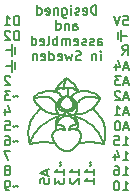
<source format=gbr>
%TF.GenerationSoftware,KiCad,Pcbnew,(6.0.8)*%
%TF.CreationDate,2022-10-30T22:36:46+01:00*%
%TF.ProjectId,epi,6570692e-6b69-4636-9164-5f7063625858,rev?*%
%TF.SameCoordinates,Original*%
%TF.FileFunction,Legend,Bot*%
%TF.FilePolarity,Positive*%
%FSLAX46Y46*%
G04 Gerber Fmt 4.6, Leading zero omitted, Abs format (unit mm)*
G04 Created by KiCad (PCBNEW (6.0.8)) date 2022-10-30 22:36:46*
%MOMM*%
%LPD*%
G01*
G04 APERTURE LIST*
%ADD10C,0.160000*%
%ADD11C,0.180000*%
G04 APERTURE END LIST*
D10*
X95333334Y-48100000D02*
X95333334Y-47600000D01*
X94833334Y-48100000D02*
X95333334Y-48100000D01*
X95633334Y-48400000D02*
X95633334Y-47800000D01*
X95333334Y-48100000D02*
X95333334Y-48600000D01*
X95333334Y-46800000D02*
X95333334Y-47300000D01*
X94833334Y-46800000D02*
X95333334Y-46800000D01*
X95633334Y-47100000D02*
X95633334Y-46500000D01*
X95333334Y-46800000D02*
X95333334Y-46300000D01*
X104311905Y-45250000D02*
X104311905Y-45850000D01*
X104611905Y-45550000D02*
X104611905Y-45050000D01*
X104611905Y-45550000D02*
X104611905Y-46050000D01*
X105111905Y-45550000D02*
X104611905Y-45550000D01*
X102495238Y-43779904D02*
X102495238Y-42979904D01*
X102304761Y-42979904D01*
X102190476Y-43018000D01*
X102114285Y-43094190D01*
X102076190Y-43170380D01*
X102038095Y-43322761D01*
X102038095Y-43437047D01*
X102076190Y-43589428D01*
X102114285Y-43665619D01*
X102190476Y-43741809D01*
X102304761Y-43779904D01*
X102495238Y-43779904D01*
X101390476Y-43741809D02*
X101466666Y-43779904D01*
X101619047Y-43779904D01*
X101695238Y-43741809D01*
X101733333Y-43665619D01*
X101733333Y-43360857D01*
X101695238Y-43284666D01*
X101619047Y-43246571D01*
X101466666Y-43246571D01*
X101390476Y-43284666D01*
X101352380Y-43360857D01*
X101352380Y-43437047D01*
X101733333Y-43513238D01*
X101047619Y-43741809D02*
X100971428Y-43779904D01*
X100819047Y-43779904D01*
X100742857Y-43741809D01*
X100704761Y-43665619D01*
X100704761Y-43627523D01*
X100742857Y-43551333D01*
X100819047Y-43513238D01*
X100933333Y-43513238D01*
X101009523Y-43475142D01*
X101047619Y-43398952D01*
X101047619Y-43360857D01*
X101009523Y-43284666D01*
X100933333Y-43246571D01*
X100819047Y-43246571D01*
X100742857Y-43284666D01*
X100361904Y-43779904D02*
X100361904Y-43246571D01*
X100361904Y-42979904D02*
X100400000Y-43018000D01*
X100361904Y-43056095D01*
X100323809Y-43018000D01*
X100361904Y-42979904D01*
X100361904Y-43056095D01*
X99638095Y-43246571D02*
X99638095Y-43894190D01*
X99676190Y-43970380D01*
X99714285Y-44008476D01*
X99790476Y-44046571D01*
X99904761Y-44046571D01*
X99980952Y-44008476D01*
X99638095Y-43741809D02*
X99714285Y-43779904D01*
X99866666Y-43779904D01*
X99942857Y-43741809D01*
X99980952Y-43703714D01*
X100019047Y-43627523D01*
X100019047Y-43398952D01*
X99980952Y-43322761D01*
X99942857Y-43284666D01*
X99866666Y-43246571D01*
X99714285Y-43246571D01*
X99638095Y-43284666D01*
X99257142Y-43246571D02*
X99257142Y-43779904D01*
X99257142Y-43322761D02*
X99219047Y-43284666D01*
X99142857Y-43246571D01*
X99028571Y-43246571D01*
X98952380Y-43284666D01*
X98914285Y-43360857D01*
X98914285Y-43779904D01*
X98228571Y-43741809D02*
X98304761Y-43779904D01*
X98457142Y-43779904D01*
X98533333Y-43741809D01*
X98571428Y-43665619D01*
X98571428Y-43360857D01*
X98533333Y-43284666D01*
X98457142Y-43246571D01*
X98304761Y-43246571D01*
X98228571Y-43284666D01*
X98190476Y-43360857D01*
X98190476Y-43437047D01*
X98571428Y-43513238D01*
X97504761Y-43779904D02*
X97504761Y-42979904D01*
X97504761Y-43741809D02*
X97580952Y-43779904D01*
X97733333Y-43779904D01*
X97809523Y-43741809D01*
X97847619Y-43703714D01*
X97885714Y-43627523D01*
X97885714Y-43398952D01*
X97847619Y-43322761D01*
X97809523Y-43284666D01*
X97733333Y-43246571D01*
X97580952Y-43246571D01*
X97504761Y-43284666D01*
X100552380Y-45067904D02*
X100552380Y-44648857D01*
X100590476Y-44572666D01*
X100666666Y-44534571D01*
X100819047Y-44534571D01*
X100895238Y-44572666D01*
X100552380Y-45029809D02*
X100628571Y-45067904D01*
X100819047Y-45067904D01*
X100895238Y-45029809D01*
X100933333Y-44953619D01*
X100933333Y-44877428D01*
X100895238Y-44801238D01*
X100819047Y-44763142D01*
X100628571Y-44763142D01*
X100552380Y-44725047D01*
X100171428Y-44534571D02*
X100171428Y-45067904D01*
X100171428Y-44610761D02*
X100133333Y-44572666D01*
X100057142Y-44534571D01*
X99942857Y-44534571D01*
X99866666Y-44572666D01*
X99828571Y-44648857D01*
X99828571Y-45067904D01*
X99104761Y-45067904D02*
X99104761Y-44267904D01*
X99104761Y-45029809D02*
X99180952Y-45067904D01*
X99333333Y-45067904D01*
X99409523Y-45029809D01*
X99447619Y-44991714D01*
X99485714Y-44915523D01*
X99485714Y-44686952D01*
X99447619Y-44610761D01*
X99409523Y-44572666D01*
X99333333Y-44534571D01*
X99180952Y-44534571D01*
X99104761Y-44572666D01*
X102628571Y-46355904D02*
X102628571Y-45936857D01*
X102666666Y-45860666D01*
X102742857Y-45822571D01*
X102895238Y-45822571D01*
X102971428Y-45860666D01*
X102628571Y-46317809D02*
X102704761Y-46355904D01*
X102895238Y-46355904D01*
X102971428Y-46317809D01*
X103009523Y-46241619D01*
X103009523Y-46165428D01*
X102971428Y-46089238D01*
X102895238Y-46051142D01*
X102704761Y-46051142D01*
X102628571Y-46013047D01*
X102285714Y-46317809D02*
X102209523Y-46355904D01*
X102057142Y-46355904D01*
X101980952Y-46317809D01*
X101942857Y-46241619D01*
X101942857Y-46203523D01*
X101980952Y-46127333D01*
X102057142Y-46089238D01*
X102171428Y-46089238D01*
X102247619Y-46051142D01*
X102285714Y-45974952D01*
X102285714Y-45936857D01*
X102247619Y-45860666D01*
X102171428Y-45822571D01*
X102057142Y-45822571D01*
X101980952Y-45860666D01*
X101638095Y-46317809D02*
X101561904Y-46355904D01*
X101409523Y-46355904D01*
X101333333Y-46317809D01*
X101295238Y-46241619D01*
X101295238Y-46203523D01*
X101333333Y-46127333D01*
X101409523Y-46089238D01*
X101523809Y-46089238D01*
X101600000Y-46051142D01*
X101638095Y-45974952D01*
X101638095Y-45936857D01*
X101600000Y-45860666D01*
X101523809Y-45822571D01*
X101409523Y-45822571D01*
X101333333Y-45860666D01*
X100647619Y-46317809D02*
X100723809Y-46355904D01*
X100876190Y-46355904D01*
X100952380Y-46317809D01*
X100990476Y-46241619D01*
X100990476Y-45936857D01*
X100952380Y-45860666D01*
X100876190Y-45822571D01*
X100723809Y-45822571D01*
X100647619Y-45860666D01*
X100609523Y-45936857D01*
X100609523Y-46013047D01*
X100990476Y-46089238D01*
X100266666Y-46355904D02*
X100266666Y-45822571D01*
X100266666Y-45898761D02*
X100228571Y-45860666D01*
X100152380Y-45822571D01*
X100038095Y-45822571D01*
X99961904Y-45860666D01*
X99923809Y-45936857D01*
X99923809Y-46355904D01*
X99923809Y-45936857D02*
X99885714Y-45860666D01*
X99809523Y-45822571D01*
X99695238Y-45822571D01*
X99619047Y-45860666D01*
X99580952Y-45936857D01*
X99580952Y-46355904D01*
X99200000Y-46355904D02*
X99200000Y-45555904D01*
X99200000Y-45860666D02*
X99123809Y-45822571D01*
X98971428Y-45822571D01*
X98895238Y-45860666D01*
X98857142Y-45898761D01*
X98819047Y-45974952D01*
X98819047Y-46203523D01*
X98857142Y-46279714D01*
X98895238Y-46317809D01*
X98971428Y-46355904D01*
X99123809Y-46355904D01*
X99200000Y-46317809D01*
X98361904Y-46355904D02*
X98438095Y-46317809D01*
X98476190Y-46241619D01*
X98476190Y-45555904D01*
X97752380Y-46317809D02*
X97828571Y-46355904D01*
X97980952Y-46355904D01*
X98057142Y-46317809D01*
X98095238Y-46241619D01*
X98095238Y-45936857D01*
X98057142Y-45860666D01*
X97980952Y-45822571D01*
X97828571Y-45822571D01*
X97752380Y-45860666D01*
X97714285Y-45936857D01*
X97714285Y-46013047D01*
X98095238Y-46089238D01*
X97028571Y-46355904D02*
X97028571Y-45555904D01*
X97028571Y-46317809D02*
X97104761Y-46355904D01*
X97257142Y-46355904D01*
X97333333Y-46317809D01*
X97371428Y-46279714D01*
X97409523Y-46203523D01*
X97409523Y-45974952D01*
X97371428Y-45898761D01*
X97333333Y-45860666D01*
X97257142Y-45822571D01*
X97104761Y-45822571D01*
X97028571Y-45860666D01*
X102876190Y-47643904D02*
X102876190Y-47110571D01*
X102876190Y-46843904D02*
X102914285Y-46882000D01*
X102876190Y-46920095D01*
X102838095Y-46882000D01*
X102876190Y-46843904D01*
X102876190Y-46920095D01*
X102495238Y-47110571D02*
X102495238Y-47643904D01*
X102495238Y-47186761D02*
X102457142Y-47148666D01*
X102380952Y-47110571D01*
X102266666Y-47110571D01*
X102190476Y-47148666D01*
X102152380Y-47224857D01*
X102152380Y-47643904D01*
X101200000Y-47605809D02*
X101085714Y-47643904D01*
X100895238Y-47643904D01*
X100819047Y-47605809D01*
X100780952Y-47567714D01*
X100742857Y-47491523D01*
X100742857Y-47415333D01*
X100780952Y-47339142D01*
X100819047Y-47301047D01*
X100895238Y-47262952D01*
X101047619Y-47224857D01*
X101123809Y-47186761D01*
X101161904Y-47148666D01*
X101200000Y-47072476D01*
X101200000Y-46996285D01*
X101161904Y-46920095D01*
X101123809Y-46882000D01*
X101047619Y-46843904D01*
X100857142Y-46843904D01*
X100742857Y-46882000D01*
X100476190Y-47110571D02*
X100323809Y-47643904D01*
X100171428Y-47262952D01*
X100019047Y-47643904D01*
X99866666Y-47110571D01*
X99257142Y-47605809D02*
X99333333Y-47643904D01*
X99485714Y-47643904D01*
X99561904Y-47605809D01*
X99600000Y-47529619D01*
X99600000Y-47224857D01*
X99561904Y-47148666D01*
X99485714Y-47110571D01*
X99333333Y-47110571D01*
X99257142Y-47148666D01*
X99219047Y-47224857D01*
X99219047Y-47301047D01*
X99600000Y-47377238D01*
X98533333Y-47643904D02*
X98533333Y-46843904D01*
X98533333Y-47605809D02*
X98609523Y-47643904D01*
X98761904Y-47643904D01*
X98838095Y-47605809D01*
X98876190Y-47567714D01*
X98914285Y-47491523D01*
X98914285Y-47262952D01*
X98876190Y-47186761D01*
X98838095Y-47148666D01*
X98761904Y-47110571D01*
X98609523Y-47110571D01*
X98533333Y-47148666D01*
X97847619Y-47605809D02*
X97923809Y-47643904D01*
X98076190Y-47643904D01*
X98152380Y-47605809D01*
X98190476Y-47529619D01*
X98190476Y-47224857D01*
X98152380Y-47148666D01*
X98076190Y-47110571D01*
X97923809Y-47110571D01*
X97847619Y-47148666D01*
X97809523Y-47224857D01*
X97809523Y-47301047D01*
X98190476Y-47377238D01*
X97466666Y-47110571D02*
X97466666Y-47643904D01*
X97466666Y-47186761D02*
X97428571Y-47148666D01*
X97352380Y-47110571D01*
X97238095Y-47110571D01*
X97161904Y-47148666D01*
X97123809Y-47224857D01*
X97123809Y-47643904D01*
D11*
X99769680Y-51955082D02*
X99704099Y-51941712D01*
X100717551Y-52172305D02*
X100713035Y-52182878D01*
X99129270Y-53435319D02*
X99144470Y-53474944D01*
X99697065Y-53506346D02*
X99731077Y-53512462D01*
X99393928Y-50954308D02*
X99361929Y-50986240D01*
X100122526Y-50110821D02*
X100125580Y-50191913D01*
X98840645Y-53757050D02*
X98824616Y-53790744D01*
X103048033Y-52809242D02*
X103084884Y-52896433D01*
X99567820Y-51664701D02*
X99601227Y-51696055D01*
X98886330Y-54679584D02*
X99066220Y-54733443D01*
X99785938Y-50048926D02*
X99762461Y-50060820D01*
X100224793Y-53482026D02*
X100226772Y-53490076D01*
X98787650Y-54063702D02*
X98792643Y-54107205D01*
X100797065Y-52938732D02*
X100794566Y-52967600D01*
X100405828Y-53490139D02*
X100368062Y-53493340D01*
X102382576Y-50774447D02*
X102249188Y-50750406D01*
X103247927Y-53734807D02*
X103248749Y-53860694D01*
X97034384Y-52644141D02*
X96991790Y-52725287D01*
X99729317Y-50047524D02*
X99762461Y-50060820D01*
X99033589Y-53567526D02*
X98997098Y-53589176D01*
X100855060Y-51860801D02*
X100838370Y-51913661D01*
X99854998Y-50017463D02*
X99832203Y-50027258D01*
X100230308Y-51954963D02*
X100295890Y-51941593D01*
X100820747Y-52638098D02*
X100846633Y-52702637D01*
X98859478Y-53724879D02*
X98840645Y-53757050D01*
X97228326Y-52343975D02*
X97176717Y-52415819D01*
X99272513Y-52151449D02*
X99277620Y-52161903D01*
X99066184Y-54733351D02*
X99123524Y-54805200D01*
X99332849Y-51700773D02*
X99307313Y-51657466D01*
X97206949Y-50876802D02*
X97345335Y-50838837D01*
X99733199Y-53248637D02*
X99745227Y-53264337D01*
X99226185Y-51164923D02*
X99204430Y-51204219D01*
X99785701Y-49677730D02*
X99776164Y-49735915D01*
X96859200Y-54738844D02*
X97339764Y-54645522D01*
X100692674Y-51657348D02*
X100713195Y-51611901D01*
X100703672Y-54994893D02*
X100645812Y-55049273D01*
X99462152Y-50894527D02*
X99427361Y-50923725D01*
X102665780Y-51148683D02*
X102632706Y-51201573D01*
X100000035Y-50657222D02*
X100014938Y-50659683D01*
X96859200Y-54738918D02*
X96906729Y-54604995D01*
X99161705Y-53514748D02*
X99115853Y-53530246D01*
X99100975Y-52168693D02*
X99142545Y-52162291D01*
X100722368Y-52161793D02*
X100717551Y-52172305D01*
X99396770Y-53492854D02*
X99487688Y-53491879D01*
X97579811Y-53450220D02*
X97727938Y-53294821D01*
X99768703Y-49796176D02*
X99763461Y-49858656D01*
X99895417Y-52043774D02*
X99902948Y-52019980D01*
X101266809Y-50903248D02*
X101211479Y-50940857D01*
X100112371Y-49949629D02*
X100112371Y-49949629D01*
X100690791Y-52258781D02*
X100689087Y-52269921D01*
X99805482Y-53515545D02*
X99801618Y-53519639D01*
X102747118Y-50738226D02*
X102773111Y-50784481D01*
X100113850Y-52066055D02*
X100104572Y-52043653D01*
X100731947Y-52457235D02*
X100762888Y-52515281D01*
X100587816Y-55099059D02*
X100529683Y-55144162D01*
X101555258Y-50772562D02*
X101496060Y-50791527D01*
X99144900Y-51860897D02*
X99161590Y-51913756D01*
X100686904Y-52327656D02*
X100687853Y-52339715D01*
X99791128Y-53526635D02*
X99788657Y-53527609D01*
X99222853Y-52143387D02*
X99261470Y-52130809D01*
X99116042Y-53395887D02*
X99129270Y-53435319D01*
X99231349Y-52075716D02*
X99261434Y-52130708D01*
X100000017Y-50657222D02*
X100000017Y-50657222D01*
X99638439Y-51724993D02*
X99679392Y-51751349D01*
X100432168Y-51664591D02*
X100398762Y-51695945D01*
X100269404Y-53314460D02*
X100259411Y-53334711D01*
X100337269Y-52408356D02*
X100382299Y-52432283D01*
X100698203Y-52225824D02*
X100695360Y-52236734D01*
X100686436Y-52315696D02*
X100686904Y-52327656D01*
X100706942Y-51253766D02*
X100683278Y-51199736D01*
X103148841Y-53081157D02*
X103175535Y-53179156D01*
X98742355Y-52151777D02*
X98835509Y-52166826D01*
X101199906Y-54151542D02*
X101190052Y-54196839D01*
X100795228Y-52021108D02*
X100768615Y-52075623D01*
X100732861Y-52140942D02*
X100727476Y-52151339D01*
X100301213Y-53261949D02*
X100290315Y-53278135D01*
X100686406Y-52303835D02*
X100606663Y-52298641D01*
X99202934Y-52938831D02*
X99205430Y-52967700D01*
X102654668Y-50838736D02*
X102517789Y-50804271D01*
X100838283Y-53514647D02*
X100838283Y-53514647D01*
X101164493Y-52166734D02*
X101073350Y-52174774D01*
X100225796Y-53429065D02*
X100224622Y-53436433D01*
X100062010Y-51838492D02*
X99999985Y-51845879D01*
X98792968Y-53900303D02*
X98787766Y-53939428D01*
X99589315Y-50883853D02*
X99657575Y-50834765D01*
X97079540Y-52565670D02*
X97034384Y-52644141D01*
X101236805Y-50261776D02*
X101339110Y-50254891D01*
X100401234Y-49452870D02*
X100484543Y-49524238D01*
X102771672Y-52343879D02*
X102823281Y-52415723D01*
X98963649Y-53612743D02*
X98933201Y-53638163D01*
X100468197Y-51876782D02*
X100517110Y-51847734D01*
X100888261Y-51510288D02*
X100891915Y-51558018D01*
X101212343Y-54063605D02*
X101207350Y-54107109D01*
X99804079Y-52350368D02*
X99756138Y-52367239D01*
X100697408Y-51053922D02*
X100724634Y-51089694D01*
X100357473Y-51923948D02*
X100414947Y-51902265D01*
X100818996Y-54872716D02*
X100761400Y-54936011D01*
X99317401Y-50038208D02*
X99340644Y-50029420D01*
X99658563Y-50768080D02*
X99635804Y-50779934D01*
X98168151Y-51931452D02*
X98263262Y-51982121D01*
X99851519Y-55317034D02*
X99881112Y-55321259D01*
X100223432Y-53472715D02*
X100224793Y-53482026D01*
X102696457Y-51095205D02*
X102665780Y-51148683D01*
X99777432Y-53319787D02*
X99786748Y-53341261D01*
X100777145Y-52143296D02*
X100738527Y-52130718D01*
X97303544Y-51095293D02*
X97334222Y-51148770D01*
X99585042Y-51902384D02*
X99531792Y-51876900D01*
X99601227Y-51696055D02*
X99638439Y-51724993D01*
X99263360Y-51360979D02*
X99275300Y-51307671D01*
X97450097Y-52071728D02*
X97336556Y-52205291D01*
X97982490Y-51815829D02*
X98074400Y-51875919D01*
X101640749Y-52027527D02*
X101544364Y-52067548D01*
X100236654Y-49946657D02*
X100206193Y-49945525D01*
X100601475Y-51779898D02*
X100636701Y-51741584D01*
X100431051Y-50703974D02*
X100484018Y-50624604D01*
X100686897Y-52292445D02*
X100686434Y-52303835D01*
X101893392Y-54564861D02*
X101751022Y-54570248D01*
X103175535Y-53179156D02*
X103198431Y-53281222D01*
X100743541Y-51465089D02*
X100742874Y-51413453D01*
X99816973Y-52158839D02*
X99833518Y-52142743D01*
X100050664Y-49958479D02*
X100029724Y-49962571D01*
X99708984Y-52386668D02*
X99662799Y-52408448D01*
X100231385Y-53404500D02*
X100231385Y-53404500D01*
X101050569Y-51079196D02*
X100998691Y-51134289D01*
X98503943Y-50791627D02*
X98562406Y-50814036D01*
X100149184Y-49278969D02*
X100204980Y-49313113D01*
X100096246Y-50698267D02*
X100000017Y-50657222D01*
X100713035Y-52182878D02*
X100708830Y-52193515D01*
X100884135Y-53530146D02*
X100926828Y-53547761D01*
X99249842Y-51126767D02*
X99226185Y-51164923D01*
X99619208Y-53164140D02*
X99634828Y-53171289D01*
X102549901Y-52071631D02*
X102663442Y-52205194D01*
X98933201Y-53638163D02*
X98905717Y-53665370D01*
X100787627Y-52994904D02*
X100776065Y-53020437D01*
X100692885Y-52247719D02*
X100690791Y-52258781D01*
X103235091Y-54129083D02*
X103220199Y-54272050D01*
X100000017Y-50657222D02*
X100072156Y-50698467D01*
X100762888Y-52515281D02*
X100792660Y-52575607D01*
X100222844Y-53462065D02*
X100223031Y-53467562D01*
X99587171Y-53152143D02*
X99619208Y-53164140D01*
X102724630Y-51041209D02*
X102696457Y-51095205D01*
X102249188Y-50750406D02*
X102117783Y-50733289D01*
X103173261Y-54576689D02*
X103140802Y-54738826D01*
X97127053Y-52489640D02*
X97079540Y-52565670D01*
X99382245Y-51092011D02*
X99424343Y-51038675D01*
X98558249Y-52707840D02*
X98738695Y-52620922D01*
X100207401Y-55304477D02*
X100177881Y-55311371D01*
X98836724Y-54289856D02*
X98853575Y-54337349D01*
X99161705Y-53514748D02*
X99161705Y-53514748D01*
X99691692Y-50875810D02*
X99645434Y-50922354D01*
X100691255Y-52364141D02*
X100693740Y-52376513D01*
X100118727Y-55321161D02*
X100089092Y-55324035D01*
X100175334Y-49945615D02*
X100144065Y-49946969D01*
X98787766Y-53939428D02*
X98785172Y-53979748D01*
X99204695Y-52908604D02*
X99202934Y-52938831D01*
X99082166Y-52979063D02*
X99075039Y-53052107D01*
X101615169Y-50756898D02*
X101555258Y-50772562D01*
X102520185Y-51356036D02*
X102478604Y-51405892D01*
X101957942Y-50319619D02*
X102150396Y-50374224D01*
X98881155Y-53694297D02*
X98859478Y-53724879D01*
X99183192Y-52153869D02*
X99222853Y-52143387D01*
X100008592Y-49967254D02*
X99987264Y-49972536D01*
X99799268Y-52173803D02*
X99816973Y-52158839D01*
X101737054Y-50734901D02*
X101675774Y-50744392D01*
X97180429Y-54011769D02*
X97241935Y-53907461D01*
X100876464Y-54805099D02*
X100818996Y-54872716D01*
X98800086Y-54151639D02*
X98809941Y-54196935D01*
X96757722Y-53614244D02*
X96752073Y-53734902D01*
X100879076Y-51756991D02*
X100868601Y-51808566D01*
X99849403Y-50691732D02*
X99824822Y-50699422D01*
X100816808Y-52153777D02*
X100777145Y-52143296D01*
X100515828Y-52288462D02*
X100468203Y-52280639D01*
X99756138Y-52367239D02*
X99708984Y-52386668D01*
X99387053Y-50491538D02*
X99312404Y-50437137D01*
X97438845Y-53620794D02*
X97579811Y-53450220D01*
X96751251Y-53860789D02*
X96755461Y-53992137D01*
X100572595Y-50923633D02*
X100606029Y-50954216D01*
X99298585Y-52215094D02*
X99301786Y-52225932D01*
X100487303Y-51595294D02*
X100461704Y-51630985D01*
X103248749Y-53860694D02*
X103244539Y-53992042D01*
X100838370Y-51913661D02*
X100818453Y-51967109D01*
X99282438Y-52172415D02*
X99286954Y-52182988D01*
X102872945Y-52489543D02*
X102920458Y-52565573D01*
X99220523Y-49905939D02*
X99273687Y-49832198D01*
X100855519Y-53474843D02*
X100838283Y-53514647D01*
X101322951Y-50869653D02*
X101266809Y-50903248D01*
X99299634Y-52401686D02*
X99299634Y-52401686D01*
X100606029Y-50954216D02*
X100638027Y-50986148D01*
X99832203Y-50027258D02*
X99809184Y-50037742D01*
X99271398Y-51564669D02*
X99261245Y-51515652D01*
X97334222Y-51148770D02*
X97367296Y-51201661D01*
X100411853Y-49976708D02*
X100354802Y-49962543D01*
X100127176Y-50276006D02*
X100127277Y-50365100D01*
X97345335Y-50838837D02*
X97482214Y-50804372D01*
X100472222Y-50934245D02*
X100410672Y-50883740D01*
X99704133Y-55276030D02*
X99733534Y-55286843D01*
X99874152Y-50684591D02*
X99849403Y-50691732D01*
X97371206Y-53712108D02*
X97438845Y-53620794D01*
X100097040Y-52019860D02*
X100091352Y-51994633D01*
X98263262Y-51982121D02*
X98359251Y-52027619D01*
X100693740Y-52376513D02*
X100696768Y-52388994D01*
X99762973Y-55296362D02*
X99792450Y-55304574D01*
X100259825Y-52212199D02*
X100239223Y-52200374D01*
X102632706Y-51201573D02*
X102597344Y-51253808D01*
X100118212Y-50682427D02*
X100118212Y-50682427D01*
X101447353Y-54605476D02*
X101284621Y-54637169D01*
X99261642Y-53065473D02*
X99288165Y-53084460D01*
X100779752Y-52844803D02*
X100789476Y-52877127D01*
X100382299Y-52432283D02*
X100425995Y-52458148D01*
X98970837Y-54582492D02*
X99000616Y-54632596D01*
X100759699Y-53043994D02*
X100738345Y-53065368D01*
X100259411Y-53334711D02*
X100249737Y-53356431D01*
X99841781Y-49462921D02*
X99825354Y-49514217D01*
X99424343Y-51038675D02*
X99472812Y-50986046D01*
X98792643Y-54107205D02*
X98800086Y-54151639D01*
X98262950Y-50735002D02*
X98324230Y-50744493D01*
X99724020Y-51774957D02*
X99772258Y-51795652D01*
X101257647Y-52151685D02*
X101164493Y-52166734D01*
X99733534Y-55286843D02*
X99762973Y-55296362D01*
X99756633Y-53281387D02*
X99767381Y-53299849D01*
X101736737Y-51982029D02*
X101640749Y-52027527D01*
X99307103Y-52247826D02*
X99309198Y-52258887D01*
X99340644Y-50029420D02*
X99364397Y-50021768D01*
X98788524Y-50940957D02*
X98843020Y-50982723D01*
X98106608Y-54564964D02*
X98248977Y-54570350D01*
X100347556Y-53209064D02*
X100335576Y-53220619D01*
X100618059Y-52609358D02*
X100649911Y-52642533D01*
X99275300Y-51307671D02*
X99293045Y-51253883D01*
X98863515Y-50274621D02*
X98763194Y-50261869D01*
X99902948Y-52019980D02*
X99908636Y-51994752D01*
X98715377Y-54637270D02*
X98886330Y-54679584D01*
X98896663Y-51028789D02*
X98949434Y-51079297D01*
X102750192Y-50986762D02*
X102724630Y-51041209D01*
X99070350Y-50214753D02*
X99108230Y-50177976D01*
X102389976Y-51502747D02*
X102343145Y-51549609D01*
X101831848Y-51931361D02*
X101736737Y-51982029D01*
X96915114Y-52896529D02*
X96881443Y-52987089D01*
X97806121Y-51683199D02*
X97806121Y-51683199D01*
X99277620Y-52161903D02*
X99282438Y-52172415D01*
X99066184Y-54733351D02*
X99066184Y-54733351D01*
X100029705Y-55325683D02*
X99999953Y-55324434D01*
X99310690Y-52351980D02*
X99308733Y-52364246D01*
X100295890Y-51941593D02*
X100357473Y-51923948D01*
X97367296Y-51201661D02*
X97402658Y-51253896D01*
X100825119Y-49958269D02*
X100862475Y-50029351D01*
X99095241Y-53317663D02*
X99104720Y-53356664D01*
X100223031Y-53467562D02*
X100223432Y-53472715D01*
X99170204Y-49981032D02*
X99220523Y-49905939D01*
X103198431Y-53281222D02*
X103217324Y-53387588D01*
X98738695Y-52620922D02*
X98922752Y-52541655D01*
X100833022Y-51285999D02*
X100848606Y-51328505D01*
X99878596Y-49364293D02*
X99859575Y-49412994D01*
X99445408Y-51346734D02*
X99446019Y-51391461D01*
X100397864Y-53172444D02*
X100384947Y-53180272D01*
X99579842Y-52270676D02*
X99627548Y-52257941D01*
X99515980Y-50624696D02*
X99455130Y-50553956D01*
X99949262Y-50666518D02*
X99924095Y-50671978D01*
X99256446Y-51465207D02*
X99257113Y-51413570D01*
X99286792Y-51612019D02*
X99271398Y-51564669D01*
X99795291Y-53364335D02*
X99803022Y-53389071D01*
X97849603Y-50374314D02*
X97672797Y-50441340D01*
X99153356Y-52702737D02*
X99130189Y-52769209D01*
X100410672Y-50883740D02*
X100342413Y-50834652D01*
X101352332Y-52129933D02*
X101257647Y-52151685D01*
X99760765Y-52200507D02*
X99780499Y-52187678D01*
X100882023Y-51463435D02*
X100888261Y-51510288D01*
X99131357Y-51808661D02*
X99144900Y-51860897D01*
X99286954Y-52182988D02*
X99291158Y-52193624D01*
X99908636Y-51994752D02*
X99912383Y-51968047D01*
X101159346Y-53756951D02*
X101175374Y-53790645D01*
X99718791Y-52223202D02*
X99740163Y-52212334D01*
X100256994Y-50829885D02*
X100308297Y-50875700D01*
X100266731Y-49948967D02*
X100236654Y-49946657D01*
X98042058Y-50319710D02*
X97849603Y-50374314D01*
X98997167Y-50294051D02*
X99036211Y-50213988D01*
X97882221Y-50733390D02*
X98011484Y-50724339D01*
X99310902Y-52270026D02*
X99312203Y-52281245D01*
X103043254Y-54476252D02*
X102990812Y-54352737D01*
X100160843Y-51963820D02*
X100230308Y-51954963D01*
X103244539Y-53992042D02*
X103235091Y-54129083D01*
X100290315Y-53278135D02*
X100279708Y-53295620D01*
X102990812Y-54352737D02*
X102936008Y-54234227D01*
X99073215Y-53126505D02*
X99074453Y-53164176D01*
X101547057Y-50257498D02*
X101755081Y-50279892D01*
X99299634Y-52401686D02*
X99268042Y-52457336D01*
X97482214Y-50804372D02*
X97617428Y-50774548D01*
X97806121Y-51683190D02*
X97567303Y-51941429D01*
X100642530Y-53114333D02*
X100581792Y-53122115D01*
X100768159Y-50390349D02*
X100853986Y-50351058D01*
X100795527Y-51204128D02*
X100815303Y-51244529D01*
X100684372Y-49741437D02*
X100736833Y-49814074D01*
X100471411Y-55184491D02*
X100412997Y-55219956D01*
X100386621Y-50792281D02*
X100431051Y-50703974D01*
X100562241Y-52294347D02*
X100515828Y-52288462D01*
X99329706Y-49759855D02*
X99388592Y-49688952D01*
X100219489Y-52187546D02*
X100200721Y-52173673D01*
X98922752Y-52541655D02*
X99109913Y-52468966D01*
X99797173Y-49621480D02*
X99785701Y-49677730D01*
X99272356Y-50058998D02*
X99294645Y-50048083D01*
X100711820Y-53084353D02*
X100679943Y-53100743D01*
X99457431Y-51254665D02*
X99449191Y-51301080D01*
X102107095Y-51751395D02*
X102017508Y-51815737D01*
X99229004Y-53504609D02*
X99308945Y-53497206D01*
X102150396Y-50374224D02*
X102327203Y-50441251D01*
X98835509Y-52166826D02*
X98926651Y-52174866D01*
X100642530Y-53114333D02*
X100642530Y-53114333D01*
X100414947Y-51902265D02*
X100468197Y-51876782D01*
X101066788Y-53638064D02*
X101094273Y-53665270D01*
X101127314Y-54385344D02*
X101105996Y-54433970D01*
X99111696Y-51510380D02*
X99108042Y-51558111D01*
X99455130Y-50553956D02*
X99387053Y-50491538D01*
X100501734Y-50866657D02*
X100537804Y-50894435D01*
X97252881Y-50738316D02*
X97226887Y-50784571D01*
X99460159Y-51477474D02*
X99473558Y-51518428D01*
X100412997Y-55219956D02*
X100354439Y-55250467D01*
X97479818Y-51356124D02*
X97521399Y-51405981D01*
X102823281Y-52415723D02*
X102872945Y-52489543D01*
X100912450Y-53278799D02*
X100904748Y-53317562D01*
X100783494Y-49886430D02*
X100825119Y-49958269D01*
X99151351Y-51328597D02*
X99137842Y-51372599D01*
X97567303Y-51941429D02*
X97450097Y-52071728D01*
X101146417Y-54337252D02*
X101127314Y-54385344D01*
X99117934Y-51463527D02*
X99111696Y-51510380D01*
X100467703Y-49994565D02*
X100411853Y-49976708D01*
X100848606Y-51328505D02*
X100848606Y-51328505D01*
X98853575Y-54337349D02*
X98872679Y-54385441D01*
X98384835Y-50756999D02*
X98444746Y-50772663D01*
X102597344Y-51253808D02*
X102559801Y-51305318D01*
X99814066Y-53500315D02*
X99812571Y-53503993D01*
X99354142Y-55049371D02*
X99412124Y-55099157D01*
X100862475Y-50029351D02*
X100896325Y-50099437D01*
X100398762Y-51695945D02*
X100361549Y-51724883D01*
X100551956Y-53126124D02*
X100522573Y-53130814D01*
X99261245Y-51515652D02*
X99256446Y-51465207D01*
X99576907Y-53494605D02*
X99619381Y-53497458D01*
X99817491Y-53487147D02*
X99816551Y-53491907D01*
X99350126Y-52642626D02*
X99320882Y-52676299D01*
X98917488Y-54483162D02*
X98943115Y-54532659D01*
X100071417Y-49954965D02*
X100050664Y-49958479D01*
X100410993Y-53165408D02*
X100397864Y-53172444D01*
X100000049Y-52312587D02*
X99950790Y-52317165D01*
X99294435Y-52710262D02*
X99270966Y-52744309D01*
X99760579Y-49923495D02*
X99760198Y-49990836D01*
X102666360Y-50647054D02*
X102711316Y-50692315D01*
X99987264Y-49972536D02*
X99965738Y-49978431D01*
X99205430Y-52967700D02*
X99212366Y-52995005D01*
X100279708Y-53295620D02*
X100269404Y-53314460D01*
X99273687Y-49832198D02*
X99329706Y-49759855D01*
X98043649Y-53025251D02*
X98210219Y-52908929D01*
X100463705Y-51064595D02*
X100490432Y-51112399D01*
X99812571Y-53503993D02*
X99810941Y-53507339D01*
X99381982Y-52609451D02*
X99350126Y-52642626D01*
X100727476Y-52151339D02*
X100722368Y-52161793D01*
X99313552Y-52315798D02*
X99313084Y-52327758D01*
X100544868Y-50553863D02*
X100612945Y-50491445D01*
X103118555Y-52986993D02*
X103148841Y-53081157D01*
X100668513Y-51019396D02*
X100697408Y-51053922D01*
X97892903Y-51751486D02*
X97982490Y-51815829D01*
X99659634Y-53501358D02*
X99697065Y-53506346D01*
X101261303Y-52620827D02*
X101077245Y-52541561D01*
X100320597Y-51751239D02*
X100275969Y-51774847D01*
X100493713Y-53136636D02*
X100465448Y-53144041D01*
X99452803Y-52545415D02*
X99416269Y-52576978D01*
X100681303Y-50096116D02*
X100629151Y-50066892D01*
X100091352Y-51994633D02*
X100087606Y-51967928D01*
X99313084Y-52327758D02*
X99312136Y-52339818D01*
X99582549Y-49485335D02*
X99653004Y-49420639D01*
X99740163Y-52212334D02*
X99760765Y-52200507D01*
X100224622Y-53436433D02*
X100223759Y-53443407D01*
X99464930Y-50003480D02*
X99491551Y-50002229D01*
X99126676Y-51417588D02*
X99117934Y-51463527D01*
X96752073Y-53734902D02*
X96751251Y-53860789D01*
X99515003Y-49551648D02*
X99582549Y-49485335D01*
X100229210Y-53496945D02*
X100231951Y-53502711D01*
X97440202Y-51305406D02*
X97479818Y-51356124D01*
X99331444Y-51019487D02*
X99302549Y-51054014D01*
X99393326Y-52298776D02*
X99437747Y-52294487D01*
X102660240Y-54645418D02*
X102539250Y-54623182D01*
X102561154Y-53620701D02*
X102420188Y-53450126D01*
X98660888Y-50254984D02*
X98557253Y-50253660D01*
X100359784Y-53198525D02*
X100347556Y-53209064D01*
X99301786Y-52225932D02*
X99304629Y-52236842D01*
X101339110Y-50254891D02*
X101442746Y-50253568D01*
X100223759Y-53443407D02*
X100223189Y-53449997D01*
X99142545Y-52162291D02*
X99183192Y-52153869D01*
X100708830Y-52193515D02*
X100704949Y-52204216D01*
X101988520Y-50724238D02*
X101861557Y-50724395D01*
X102773111Y-50784481D02*
X102788640Y-50830772D01*
X101073350Y-52174774D02*
X100984701Y-52175499D01*
X99801618Y-53519639D02*
X99797806Y-53522771D01*
X96859200Y-54738918D02*
X96859200Y-54738918D01*
X102628793Y-53712015D02*
X102561154Y-53620701D01*
X100242790Y-53516320D02*
X100244683Y-53517752D01*
X99137842Y-51372599D02*
X99126676Y-51417588D01*
X99999971Y-50657332D02*
X99927832Y-50698577D01*
X100895268Y-53356563D02*
X100883947Y-53395786D01*
X99964110Y-49178920D02*
X100028845Y-49211842D01*
X98872679Y-54385441D02*
X98893996Y-54434068D01*
X99015301Y-52175590D02*
X99100975Y-52168693D01*
X99270966Y-52744309D02*
X99250659Y-52778236D01*
X100645812Y-55049273D02*
X100587816Y-55099059D01*
X100512440Y-51160104D02*
X100529793Y-51207544D01*
X100187867Y-50703536D02*
X100222152Y-50715718D01*
X99312404Y-50437137D02*
X99231839Y-50390443D01*
X100236883Y-55296265D02*
X100207401Y-55304477D01*
X99940416Y-55325645D02*
X99970128Y-55325782D01*
X100354555Y-50922245D02*
X100395832Y-50969352D01*
X100120686Y-51827530D02*
X100062010Y-51838492D01*
X103140802Y-54738826D02*
X103093272Y-54604903D01*
X100926556Y-53089044D02*
X100926773Y-53126405D01*
X100291087Y-52386576D02*
X100337269Y-52408356D01*
X100204980Y-49313113D02*
X100257987Y-49347605D01*
X99220258Y-52844899D02*
X99210531Y-52877225D01*
X100838237Y-53514601D02*
X100772386Y-53504051D01*
X99881919Y-49236702D02*
X99964110Y-49178920D01*
X97969593Y-54566496D02*
X98106608Y-54564964D01*
X99645443Y-55250564D02*
X99704133Y-55276030D01*
X99814675Y-50741790D02*
X99903742Y-50698378D01*
X100088920Y-50674944D02*
X100103590Y-50678587D01*
X99184654Y-51244620D02*
X99166935Y-51286091D01*
X99886139Y-52066177D02*
X99895417Y-52043774D01*
X100998691Y-51134289D02*
X100947725Y-51194110D01*
X100529683Y-55144162D02*
X100471411Y-55184491D01*
X99568947Y-50704066D02*
X99515980Y-50624696D01*
X99052277Y-51194211D02*
X99102311Y-51258902D01*
X100766319Y-52811738D02*
X100779752Y-52844803D01*
X99110257Y-52837498D02*
X99094077Y-52907488D01*
X99634828Y-53171289D02*
X99650133Y-53179288D01*
X99320042Y-53100852D02*
X99357454Y-53114443D01*
X97672797Y-50441340D02*
X97516880Y-50518334D01*
X100892903Y-51606589D02*
X100891147Y-51655966D01*
X100386621Y-50792189D02*
X100386621Y-50792189D01*
X99726376Y-49357606D02*
X99802678Y-49296278D01*
X99679392Y-51751349D02*
X99724020Y-51774957D01*
X99776164Y-49735915D02*
X99768703Y-49796176D01*
X99999971Y-50657332D02*
X99999971Y-50657332D01*
X98943115Y-54532659D02*
X98970837Y-54582492D01*
X97448393Y-50559801D02*
X97387095Y-50602840D01*
X100732807Y-50127332D02*
X100681303Y-50096116D01*
X100144065Y-49946969D02*
X100112371Y-49949629D01*
X102432695Y-51941331D02*
X102549901Y-52071631D01*
X99204734Y-52021202D02*
X99231349Y-52075716D01*
X100933805Y-54733251D02*
X100876464Y-54805099D01*
X100889732Y-52837397D02*
X100905911Y-52907387D01*
X101755081Y-50279892D02*
X101957942Y-50319619D01*
X102793048Y-50876793D02*
X102793048Y-50876793D01*
X99786748Y-53341261D02*
X99795291Y-53364335D01*
X100625347Y-49668760D02*
X100684372Y-49741437D01*
X100522573Y-53130814D02*
X100493713Y-53136636D01*
X100153208Y-50692433D02*
X100187867Y-50703536D01*
X100296440Y-49952413D02*
X100266731Y-49948967D01*
X100059418Y-55325546D02*
X100029705Y-55325683D01*
X101214846Y-54021097D02*
X101212343Y-54063605D01*
X99267128Y-52141052D02*
X99272513Y-52151449D01*
X99818656Y-53464041D02*
X99818803Y-53470457D01*
X99512686Y-51595404D02*
X99538285Y-51631095D01*
X100424325Y-53159105D02*
X100410993Y-53165408D01*
X100724687Y-51307554D02*
X100706942Y-51253766D01*
X99815401Y-53496292D02*
X99814066Y-53500315D01*
X99388680Y-50015300D02*
X99413516Y-50010064D01*
X101441749Y-52707744D02*
X101261303Y-52620827D01*
X100426065Y-50815499D02*
X100464461Y-50840333D01*
X102244988Y-51639857D02*
X102193877Y-51683107D01*
X98785146Y-54021194D02*
X98787650Y-54063702D01*
X101544364Y-52067548D02*
X101448064Y-52101786D01*
X99304629Y-52236842D02*
X99307103Y-52247826D01*
X99449191Y-51301080D02*
X99445408Y-51346734D01*
X99824040Y-51813268D02*
X99879302Y-51827640D01*
X99824822Y-50699422D02*
X99800421Y-50707653D01*
X100227731Y-51795542D02*
X100175948Y-51813158D01*
X100295735Y-55275933D02*
X100266328Y-55286747D01*
X99912383Y-51968047D02*
X99912383Y-51968047D01*
X98733194Y-50903348D02*
X98788524Y-50940957D01*
X99033387Y-50253572D02*
X99070350Y-50214753D01*
X101188637Y-53825796D02*
X101199174Y-53862338D01*
X99081550Y-53240388D02*
X99087539Y-53278900D01*
X100687785Y-52281142D02*
X100686897Y-52292445D01*
X100089092Y-55324035D02*
X100059418Y-55325546D01*
X101036340Y-53612643D02*
X101066788Y-53638064D01*
X99812423Y-53424884D02*
X99814485Y-53433709D01*
X97288683Y-50692404D02*
X97252881Y-50738316D01*
X100312396Y-53247006D02*
X100301213Y-53261949D01*
X99450958Y-51435096D02*
X99460159Y-51477474D01*
X100927435Y-50168290D02*
X100984493Y-50301338D01*
X99238576Y-54936111D02*
X99296293Y-54994993D01*
X101113668Y-54679483D02*
X100933777Y-54733342D01*
X99635804Y-50779934D02*
X99613335Y-50792281D01*
X100223189Y-53449997D02*
X100222890Y-53456213D01*
X100354802Y-49962543D02*
X100325792Y-49956953D01*
X100323853Y-53233248D02*
X100312396Y-53247006D01*
X99291158Y-52193624D02*
X99295039Y-52204325D01*
X100267331Y-50787219D02*
X100185313Y-50741678D01*
X100869800Y-52769108D02*
X100889732Y-52837397D01*
X99357454Y-53114443D02*
X99357454Y-53114443D01*
X99613376Y-50792372D02*
X99568947Y-50704066D01*
X100231951Y-53502711D02*
X100234837Y-53507453D01*
X99212366Y-52995005D02*
X99223925Y-53020539D01*
X99257113Y-51413570D02*
X99263360Y-51360979D01*
X99910744Y-55324133D02*
X99940416Y-55325645D01*
X100773772Y-51164832D02*
X100795527Y-51204128D01*
X101442746Y-50253568D02*
X101547057Y-50257498D01*
X99788657Y-53527609D02*
X99786443Y-53528243D01*
X99073161Y-53547861D02*
X99033589Y-53567526D01*
X100122832Y-50566304D02*
X100118207Y-50682417D01*
X101496060Y-50791527D02*
X101437597Y-50813935D01*
X97249808Y-50986851D02*
X97275370Y-51041297D01*
X97750816Y-50750506D02*
X97882221Y-50733390D01*
X99859575Y-49412994D02*
X99841781Y-49462921D01*
X101056876Y-54532561D02*
X101029153Y-54582394D01*
X96755461Y-53992137D02*
X96764910Y-54129178D01*
X99817337Y-53449839D02*
X99818176Y-53457173D01*
X98557253Y-50253660D02*
X98452942Y-50257590D01*
X100870718Y-53435218D02*
X100855519Y-53474843D01*
X100768615Y-52075623D02*
X100738532Y-52130617D01*
X100226772Y-53490076D02*
X100229210Y-53496945D01*
X102788640Y-50830772D02*
X102793048Y-50876793D01*
X100484543Y-49524238D02*
X100558992Y-49596281D01*
X99303221Y-52389097D02*
X99301498Y-52395378D01*
X102420188Y-53450126D02*
X102272061Y-53294727D01*
X99899930Y-49999894D02*
X99877572Y-50008345D01*
X98138447Y-50724496D02*
X98262950Y-50735002D01*
X101094273Y-53665270D02*
X101118835Y-53694198D01*
X99731077Y-53512462D02*
X99761069Y-53519748D01*
X97705221Y-51595426D02*
X97755011Y-51639949D01*
X100984493Y-50301347D02*
X100884543Y-50229516D01*
X99861000Y-50741212D02*
X99799409Y-50785074D01*
X101751022Y-54570248D02*
X101602582Y-54583477D01*
X100195997Y-52350277D02*
X100243936Y-52367147D01*
X99767381Y-53299849D02*
X99777432Y-53319787D01*
X100239223Y-52200374D02*
X100219489Y-52187546D01*
X98248977Y-54570350D02*
X98397417Y-54583579D01*
X99122719Y-50057434D02*
X99170204Y-49981032D01*
X100281198Y-52223065D02*
X100259825Y-52212199D01*
X99693773Y-53209012D02*
X99707434Y-53221037D01*
X99617766Y-52432374D02*
X99574067Y-52458240D01*
X98244918Y-50279984D02*
X98042058Y-50319710D01*
X99094077Y-52907488D02*
X99082166Y-52979063D01*
X99818196Y-53481995D02*
X99817491Y-53487147D01*
X97336556Y-52205291D02*
X97228326Y-52343975D01*
X100853986Y-50351058D02*
X100944420Y-50318862D01*
X102416489Y-54603236D02*
X102291239Y-54586505D01*
X100862115Y-51372508D02*
X100873281Y-51417496D01*
X100792660Y-52575607D02*
X100820747Y-52638098D01*
X99944009Y-49984948D02*
X99922074Y-49992099D01*
X101437597Y-50813935D02*
X101379887Y-50839930D01*
X100517110Y-51847734D02*
X100561574Y-51815361D01*
X100679943Y-53100743D02*
X100642530Y-53114333D01*
X100528716Y-53487046D02*
X100486658Y-53487060D01*
X97564838Y-51454909D02*
X97610026Y-51502838D01*
X102612905Y-50602751D02*
X102666360Y-50647054D01*
X97305549Y-53807619D02*
X97371206Y-53712108D01*
X99075039Y-53052107D02*
X99073432Y-53089144D01*
X99357454Y-53114443D02*
X99487452Y-53130066D01*
X99363287Y-51741703D02*
X99332849Y-51700773D01*
X99634666Y-50018294D02*
X99665442Y-50026309D01*
X100183015Y-52158711D02*
X100166471Y-52142616D01*
X101103340Y-51028688D02*
X101050569Y-51079196D01*
X99179241Y-52638198D02*
X99153356Y-52702737D01*
X99760198Y-49990836D02*
X99762461Y-50060820D01*
X100432193Y-51016857D02*
X100463705Y-51064595D01*
X101207023Y-53900205D02*
X101212226Y-53939331D01*
X100966400Y-53567426D02*
X101002891Y-53589075D01*
X99604157Y-50969462D02*
X99567795Y-51016967D01*
X99144470Y-53474944D02*
X99161705Y-53514748D01*
X101140512Y-53724780D02*
X101159346Y-53756951D01*
X100947725Y-51194110D02*
X100897692Y-51258801D01*
X103232009Y-53498486D02*
X103242278Y-53614148D01*
X99535495Y-50840425D02*
X99498223Y-50866748D01*
X99240289Y-53044097D02*
X99261642Y-53065473D01*
X98905717Y-53665370D02*
X98881155Y-53694297D01*
X100886565Y-51706112D02*
X100879076Y-51756991D01*
X100000031Y-52312496D02*
X100049289Y-52317073D01*
X100289446Y-50743248D02*
X100322379Y-50758561D01*
X98620116Y-50840030D02*
X98677052Y-50869754D01*
X100104572Y-52043653D02*
X100097040Y-52019860D01*
X100072156Y-50698467D02*
X100138989Y-50741103D01*
X100679150Y-52676205D02*
X100705592Y-52710167D01*
X97206949Y-50876885D02*
X97206949Y-50876885D01*
X99108810Y-51656061D02*
X99113393Y-51706207D01*
X100561574Y-51815361D02*
X100601475Y-51779898D01*
X99546731Y-50004046D02*
X99575332Y-50007211D01*
X99674125Y-52242231D02*
X99718791Y-52223202D01*
X100724634Y-51089694D02*
X100750115Y-51126675D01*
X99879302Y-51827640D02*
X99937978Y-51838602D01*
X100868601Y-51808566D02*
X100855060Y-51860801D01*
X100118212Y-50682427D02*
X100153208Y-50692433D01*
X99487452Y-53130066D02*
X99520989Y-53135606D01*
X100967578Y-54682805D02*
X100933805Y-54733251D01*
X99531885Y-52485840D02*
X99491403Y-52514967D01*
X101175374Y-53790645D02*
X101188637Y-53825796D01*
X100815303Y-51244529D02*
X100833022Y-51285999D01*
X97708763Y-54586610D02*
X97837217Y-54574020D01*
X96824464Y-53179252D02*
X96801568Y-53281318D01*
X100729057Y-52744215D02*
X100749360Y-52778140D01*
X99309198Y-52258887D02*
X99310902Y-52270026D01*
X99536284Y-51064705D02*
X99509557Y-51112509D01*
X100445528Y-53488068D02*
X100405828Y-53490139D01*
X97211358Y-50830863D02*
X97206949Y-50876885D01*
X99653004Y-49420639D02*
X99726376Y-49357606D01*
X99161742Y-53514739D02*
X99193489Y-53509353D01*
X99364397Y-50021768D02*
X99388680Y-50015300D01*
X96906729Y-54604995D02*
X96956747Y-54476343D01*
X101789779Y-52908834D02*
X101618077Y-52803388D01*
X98763194Y-50261869D02*
X98660888Y-50254984D01*
X98677052Y-50869754D02*
X98733194Y-50903348D01*
X101199174Y-53862338D02*
X101207023Y-53900205D01*
X99108042Y-51558111D02*
X99107054Y-51606683D01*
X102162783Y-54573916D02*
X102030407Y-54566392D01*
X99657575Y-50834765D02*
X99732657Y-50787331D01*
X100325864Y-52242092D02*
X100281198Y-52223065D01*
X99413516Y-50010064D02*
X99438925Y-50006108D01*
X99575332Y-50007211D02*
X99604637Y-50011944D01*
X97226965Y-50932024D02*
X97249808Y-50986851D01*
X99470196Y-51207654D02*
X99457431Y-51254665D01*
X96764910Y-54129178D02*
X96779802Y-54272144D01*
X100256025Y-50728962D02*
X100289446Y-50743248D01*
X99180987Y-54872817D02*
X99238576Y-54936111D01*
X100924949Y-53052007D02*
X100926556Y-53089044D01*
X100776065Y-53020437D02*
X100759699Y-53043994D01*
X97333640Y-50647143D02*
X97288683Y-50692404D01*
X98785172Y-53979748D02*
X98785146Y-54021194D01*
X99296293Y-54994993D02*
X99354142Y-55049371D01*
X102793053Y-50876701D02*
X102654668Y-50838736D01*
X101038804Y-50293454D02*
X101136484Y-50274528D01*
X96779802Y-54272144D02*
X96800344Y-54421268D01*
X99816115Y-53442022D02*
X99817337Y-53449839D01*
X99800421Y-50707653D02*
X99776214Y-50716420D01*
X99901587Y-52325125D02*
X99852622Y-52336261D01*
X100464461Y-50840333D02*
X100501734Y-50866657D01*
X100354439Y-55250467D02*
X100295735Y-55275933D01*
X100728589Y-51564550D02*
X100738742Y-51515534D01*
X102920458Y-52565573D02*
X102965614Y-52644045D01*
X98800818Y-53862436D02*
X98792968Y-53900303D01*
X99619381Y-53497458D02*
X99659634Y-53501358D01*
X100342413Y-50834652D02*
X100267331Y-50787219D01*
X103199658Y-54421175D02*
X103173261Y-54576689D01*
X99627548Y-52257941D02*
X99674125Y-52242231D01*
X99950790Y-52317165D02*
X99901587Y-52325125D01*
X100542557Y-51254555D02*
X100550798Y-51300970D01*
X99102311Y-51258902D02*
X99151392Y-51328606D01*
X102327203Y-50441251D02*
X102483120Y-50518245D01*
X99446019Y-51391461D02*
X99450958Y-51435096D01*
X100147455Y-52336170D02*
X100195997Y-52350277D01*
X99261475Y-52130708D02*
X99267128Y-52141052D01*
X99087539Y-53278900D02*
X99095241Y-53317663D01*
X100185313Y-50741678D02*
X100096246Y-50698267D01*
X100926773Y-53126405D02*
X100925536Y-53164075D01*
X101029153Y-54582394D02*
X100999374Y-54632497D01*
X99210531Y-52877225D02*
X99204695Y-52908604D01*
X100638027Y-50986148D02*
X100668513Y-51019396D01*
X101136484Y-50274528D02*
X101236805Y-50261776D01*
X99772258Y-51795652D02*
X99824040Y-51813268D01*
X100166471Y-52142616D02*
X100151184Y-52125347D01*
X99229088Y-50083755D02*
X99250510Y-50070905D01*
X99821965Y-55311468D02*
X99851519Y-55317034D01*
X99123524Y-54805200D02*
X99180987Y-54872817D01*
X99450354Y-49619535D02*
X99515003Y-49551648D01*
X100905911Y-52907387D02*
X100917823Y-52978962D01*
X97727938Y-53294821D02*
X97882720Y-53153523D01*
X98562406Y-50814036D02*
X98620116Y-50840030D01*
X99001312Y-51134390D02*
X99052277Y-51194211D01*
X99293045Y-51253883D02*
X99316709Y-51199852D01*
X100897692Y-51258801D02*
X100848610Y-51328505D01*
X99720589Y-53234225D02*
X99733199Y-53248637D01*
X102117278Y-53153428D02*
X101956349Y-53025155D01*
X100838283Y-53514647D02*
X100884135Y-53530146D01*
X100926828Y-53547761D02*
X100966400Y-53567426D01*
X103242278Y-53614148D02*
X103247927Y-53734807D01*
X98809941Y-54196935D02*
X98822167Y-54243030D01*
X99308733Y-52364246D02*
X99306248Y-52376618D01*
X99681596Y-50756725D02*
X99658563Y-50768080D01*
X101675774Y-50744392D02*
X101615169Y-50756898D01*
X99974542Y-50661631D02*
X99949262Y-50666518D01*
X97882720Y-53153523D02*
X98043649Y-53025251D01*
X100508900Y-51557683D02*
X100487303Y-51595294D01*
X97617428Y-50774548D02*
X97750816Y-50750506D01*
X99388592Y-49688952D02*
X99450354Y-49619535D01*
X99862735Y-52106983D02*
X99875212Y-52087232D01*
X99487688Y-53491879D02*
X99576907Y-53494605D01*
X102551607Y-50559712D02*
X102612905Y-50602751D01*
X100649911Y-52642533D02*
X100679150Y-52676205D01*
X99839146Y-51963939D02*
X99769680Y-51955082D01*
X102435165Y-51454819D02*
X102389976Y-51502747D01*
X100749360Y-52778140D02*
X100766319Y-52811738D01*
X99104720Y-53356664D02*
X99116042Y-53395887D01*
X100583777Y-52576886D02*
X100618059Y-52609358D01*
X96991790Y-52725287D02*
X96951965Y-52809339D01*
X100944420Y-50318862D02*
X101038804Y-50293454D01*
X98961195Y-50293548D02*
X98863515Y-50274621D01*
X100468203Y-52280639D02*
X100420147Y-52270533D01*
X100606663Y-52298641D02*
X100562241Y-52294347D01*
X102193877Y-51683107D02*
X102107095Y-51751395D01*
X98647670Y-52130025D02*
X98742355Y-52151777D01*
X99898702Y-49316676D02*
X99878596Y-49364293D01*
X99115853Y-53530246D02*
X99073161Y-53547861D01*
X98455637Y-52067640D02*
X98551937Y-52101877D01*
X99482878Y-51847853D02*
X99438414Y-51815480D01*
X100257987Y-49347605D02*
X100308301Y-49382415D01*
X100508651Y-52514874D02*
X100547246Y-52545322D01*
X103008208Y-52725191D02*
X103048033Y-52809242D01*
X100984701Y-52175499D02*
X100899026Y-52168602D01*
X99166935Y-51286091D02*
X99151351Y-51328597D01*
X98824616Y-53790744D02*
X98811354Y-53825894D01*
X99313091Y-52292548D02*
X99313555Y-52303935D01*
X100087606Y-51967928D02*
X100087606Y-51967928D01*
X100687853Y-52339715D02*
X100689298Y-52351876D01*
X100461704Y-51630985D02*
X100432168Y-51664591D01*
X100686434Y-52303835D02*
X100686436Y-52315696D01*
X103220199Y-54272050D02*
X103199658Y-54421175D01*
X101177826Y-54242933D02*
X101163268Y-54289760D01*
X100576241Y-50039998D02*
X100522462Y-50015775D01*
X101207350Y-54107109D02*
X101199906Y-54151542D01*
X99809903Y-53415532D02*
X99812423Y-53424884D01*
X98011484Y-50724339D02*
X98138447Y-50724496D01*
X102878907Y-54120584D02*
X102819572Y-54011676D01*
X99233695Y-52811834D02*
X99220258Y-52844899D01*
X100490432Y-51112399D02*
X100512440Y-51160104D01*
X99650133Y-53179288D02*
X99665085Y-53188200D01*
X100698490Y-52395276D02*
X100700354Y-52401586D01*
X100575643Y-51038560D02*
X100527174Y-50985931D01*
X99320882Y-52676299D02*
X99294435Y-52710262D01*
X99922074Y-49992099D02*
X99899930Y-49999894D01*
X99294645Y-50048083D02*
X99317401Y-50038208D01*
X97241935Y-53907461D02*
X97305549Y-53807619D01*
X100761400Y-54936011D02*
X100703672Y-54994893D01*
X99810941Y-53507339D02*
X99809199Y-53510370D01*
X100700354Y-52401586D02*
X100700354Y-52401586D01*
X99275322Y-51089786D02*
X99249842Y-51126767D01*
X102758065Y-53907368D02*
X102694451Y-53807526D01*
X99472812Y-50986046D02*
X99527765Y-50934359D01*
X100933805Y-54733251D02*
X100933805Y-54733251D01*
X100249737Y-53356431D02*
X100240392Y-53379675D01*
X99531792Y-51876900D02*
X99482878Y-51847853D01*
X101156983Y-50982623D02*
X101103340Y-51028688D01*
X99484161Y-52288604D02*
X99531786Y-52280782D01*
X99470242Y-55144260D02*
X99528500Y-55184588D01*
X96826741Y-54576782D02*
X96859200Y-54738918D01*
X99877572Y-50008345D02*
X99854998Y-50017463D01*
X99816551Y-53491907D02*
X99815401Y-53496292D01*
X97275370Y-51041297D02*
X97303544Y-51095293D01*
X99799409Y-50785074D02*
X99742995Y-50829995D01*
X97460753Y-54623287D02*
X97583513Y-54603341D01*
X100368062Y-53493340D02*
X100332732Y-53497739D01*
X97176717Y-52415819D02*
X97127053Y-52489640D01*
X100686434Y-52303835D02*
X100686434Y-52303835D01*
X100629151Y-50066892D02*
X100576241Y-50039998D01*
X99613335Y-50792281D02*
X99573892Y-50815590D01*
X98811354Y-53825894D02*
X98800818Y-53862436D01*
X100667138Y-51700654D02*
X100692674Y-51657348D01*
X99912383Y-51968047D02*
X99839146Y-51963939D01*
X99613335Y-50792281D02*
X99613335Y-50792281D01*
X102539250Y-54623182D02*
X102416489Y-54603236D01*
X97402658Y-51253896D02*
X97440202Y-51305406D01*
X101163268Y-54289760D02*
X101146417Y-54337252D01*
X100074204Y-50671498D02*
X100088920Y-50674944D01*
X99825354Y-49514217D02*
X99810438Y-49567022D01*
X99312136Y-52339818D02*
X99310690Y-52351980D01*
X97837217Y-54574020D02*
X97969593Y-54566496D01*
X99792450Y-55304574D02*
X99821965Y-55311468D01*
X100738742Y-51515534D02*
X100743541Y-51465089D01*
X100222152Y-50715718D02*
X100256025Y-50728962D01*
X100738345Y-53065368D02*
X100711820Y-53084353D01*
X100612945Y-50491445D02*
X100687594Y-50437042D01*
X98452942Y-50257590D02*
X98244918Y-50279984D01*
X101002891Y-53589075D02*
X101036340Y-53612643D01*
X101956349Y-53025155D02*
X101789779Y-52908834D01*
X100395832Y-50969352D02*
X100432193Y-51016857D01*
X99074453Y-53164176D02*
X99077209Y-53202142D01*
X99696985Y-50036036D02*
X99729317Y-50047524D01*
X99412124Y-55099157D02*
X99470242Y-55144260D01*
X100125580Y-50191913D02*
X100127176Y-50276006D01*
X99964110Y-49178920D02*
X99919750Y-49270003D01*
X97121093Y-54120676D02*
X97180429Y-54011769D01*
X100271391Y-53510403D02*
X100246386Y-53518804D01*
X99912168Y-51967928D02*
X100087445Y-51967937D01*
X100904748Y-53317562D02*
X100895268Y-53356563D01*
X99147198Y-50143628D02*
X99187426Y-50112093D01*
X100386621Y-50792189D02*
X100426065Y-50815499D01*
X99346405Y-51145816D02*
X99382245Y-51092011D01*
X99268042Y-52457336D02*
X99237101Y-52515382D01*
X102193877Y-51683107D02*
X102193877Y-51683107D01*
X100736627Y-51360862D02*
X100724687Y-51307554D01*
X100549031Y-51434987D02*
X100539830Y-51477364D01*
X100372440Y-52257799D02*
X100325864Y-52242092D01*
X102559801Y-51305318D02*
X102520185Y-51356036D01*
X100308297Y-50875700D02*
X100354555Y-50922245D01*
X100704949Y-52204216D02*
X100701403Y-52214985D01*
X99307313Y-51657466D02*
X99286792Y-51612019D01*
X101618077Y-52803388D02*
X101441749Y-52707744D01*
X100420147Y-52270533D02*
X100372440Y-52257799D01*
X102030407Y-54566392D02*
X101893392Y-54564861D01*
X99473558Y-51518428D02*
X99491088Y-51557793D01*
X99704892Y-50745876D02*
X99681596Y-50756725D01*
X100275969Y-51774847D02*
X100227731Y-51795542D01*
X100028845Y-49211842D02*
X100090504Y-49245202D01*
X98997167Y-50294051D02*
X99033387Y-50253572D01*
X99313582Y-52303954D02*
X99393326Y-52298776D01*
X99036211Y-50213988D02*
X99078058Y-50135101D01*
X96951965Y-52809339D02*
X96915114Y-52896529D01*
X99528500Y-55184588D02*
X99586899Y-55220053D01*
X100437851Y-53153481D02*
X100424325Y-53159105D01*
X99927832Y-50698577D02*
X99861000Y-50741212D01*
X99302549Y-51054014D02*
X99275322Y-51089786D01*
X100736833Y-49814074D02*
X100783494Y-49886430D01*
X99802678Y-49296278D02*
X99881919Y-49236702D01*
X100783775Y-50160197D02*
X100732807Y-50127332D01*
X97755011Y-51639949D02*
X97806121Y-51683199D01*
X100091984Y-49952019D02*
X100071417Y-49954965D01*
X103140802Y-54738826D02*
X103140802Y-54738826D01*
X99586899Y-55220053D02*
X99645443Y-55250564D01*
X99312203Y-52281245D02*
X99313091Y-52292548D01*
X98949434Y-51079297D02*
X99001312Y-51134390D01*
X99204430Y-51204219D02*
X99184654Y-51244620D01*
X100553970Y-51391351D02*
X100549031Y-51434987D01*
X102773034Y-50931934D02*
X102750192Y-50986762D01*
X100243936Y-52367147D02*
X100291087Y-52386576D01*
X96881443Y-52987089D02*
X96851158Y-53081253D01*
X100818453Y-51967109D02*
X100795228Y-52021108D01*
X100465448Y-53144041D02*
X100437851Y-53153481D01*
X100098492Y-52325033D02*
X100147455Y-52336170D01*
X99761069Y-53519748D02*
X99786443Y-53528243D01*
X100425995Y-52458148D02*
X100468173Y-52485748D01*
X100354783Y-50774880D02*
X100386621Y-50792189D01*
X98381921Y-52803484D02*
X98558249Y-52707840D01*
X102483120Y-50518245D02*
X102551607Y-50559712D01*
X100231385Y-53404500D02*
X100229158Y-53413108D01*
X99527765Y-50934359D02*
X99589315Y-50883853D01*
X99487549Y-51160214D02*
X99470196Y-51207654D01*
X99491403Y-52514967D02*
X99452803Y-52545415D01*
X102517789Y-50804271D02*
X102382576Y-50774447D01*
X98444746Y-50772663D02*
X98503943Y-50791627D01*
X101118835Y-53694198D02*
X101140512Y-53724780D01*
X101214820Y-53979650D02*
X101214846Y-54021097D01*
X100705592Y-52710167D02*
X100729057Y-52744215D01*
X97656856Y-51549700D02*
X97705221Y-51595426D01*
X100613603Y-53489731D02*
X100528716Y-53487046D01*
X100234837Y-53507453D02*
X100237710Y-53511249D01*
X99964110Y-49178920D02*
X99964110Y-49178920D01*
X100059445Y-50668249D02*
X100074204Y-50671498D01*
X99109913Y-52468966D02*
X99299671Y-52401778D01*
X99416269Y-52576978D02*
X99381982Y-52609451D01*
X99573892Y-50815590D02*
X99535495Y-50840425D01*
X100999374Y-54632497D02*
X100967578Y-54682805D01*
X99250510Y-50070905D02*
X99272356Y-50058998D01*
X100537804Y-50894435D02*
X100572595Y-50923633D01*
X99810438Y-49567022D02*
X99797173Y-49621480D01*
X100848606Y-51328505D02*
X100862115Y-51372508D01*
X100240414Y-53514179D02*
X100242790Y-53516320D01*
X99113393Y-51706207D02*
X99120882Y-51757086D01*
X99728436Y-50735538D02*
X99704892Y-50745876D01*
X99073432Y-53089144D02*
X99073215Y-53126505D01*
X99509557Y-51112509D02*
X99487549Y-51160214D01*
X101105996Y-54433970D02*
X101082504Y-54483065D01*
X98074400Y-51875919D02*
X98168151Y-51931452D01*
X98926651Y-52174866D02*
X99015301Y-52175590D01*
X97009189Y-54352829D02*
X97063992Y-54234318D01*
X100266328Y-55286747D02*
X100236883Y-55296265D01*
X102294780Y-51595335D02*
X102244988Y-51639857D01*
X99308945Y-53497206D02*
X99396770Y-53492854D01*
X100890084Y-52468873D02*
X100700327Y-52401686D01*
X100687594Y-50437042D02*
X100768159Y-50390349D01*
X99120882Y-51757086D02*
X99131357Y-51808661D01*
X100857455Y-52162200D02*
X100816808Y-52153777D01*
X96956747Y-54476343D02*
X97009189Y-54352829D01*
X100883947Y-53395786D02*
X100870718Y-53435218D01*
X100550798Y-51300970D02*
X100554580Y-51346624D01*
X99306248Y-52376618D02*
X99303221Y-52389097D01*
X99970128Y-55325782D02*
X99999880Y-55324535D01*
X100547246Y-52545322D02*
X100583777Y-52576886D01*
X99032411Y-54682904D02*
X99066184Y-54733351D01*
X98552645Y-54605578D02*
X98715377Y-54637270D01*
X100527174Y-50985931D02*
X100472222Y-50934245D01*
X100526431Y-51518318D02*
X100508900Y-51557683D01*
X100322379Y-50758561D02*
X100354783Y-50774880D01*
X97516880Y-50518334D02*
X97448393Y-50559801D01*
X100636701Y-51741584D02*
X100667138Y-51700654D01*
X99438414Y-51815480D02*
X99398513Y-51780017D01*
X99818803Y-53470457D02*
X99818642Y-53476437D01*
X100884543Y-50229516D02*
X100783775Y-50160197D01*
X99427361Y-50923725D02*
X99393928Y-50954308D01*
X99937978Y-51838602D02*
X100000003Y-51845989D01*
X100335576Y-53220619D02*
X100323853Y-53233248D01*
X100200721Y-52173673D02*
X100183015Y-52158711D01*
X99803022Y-53389071D02*
X99809903Y-53415532D01*
X97610026Y-51502838D02*
X97656856Y-51549700D01*
X102272061Y-53294727D02*
X102117278Y-53153428D01*
X99161590Y-51913756D02*
X99181508Y-51967204D01*
X102694451Y-53807526D02*
X102628793Y-53712015D01*
X100103590Y-50678587D02*
X100118212Y-50682427D01*
X99732657Y-50787331D02*
X99814675Y-50741790D01*
X100738514Y-52130599D02*
X100732861Y-52140942D01*
X100029724Y-49962571D02*
X100008592Y-49967254D01*
X100014938Y-50659683D02*
X100029809Y-50662341D01*
X99567795Y-51016967D02*
X99536284Y-51064705D01*
X100539830Y-51477364D02*
X100526431Y-51518318D01*
X100361549Y-51724883D02*
X100320597Y-51751239D01*
X102819572Y-54011676D02*
X102758065Y-53907368D01*
X102965614Y-52644045D02*
X103008208Y-52725191D01*
X100891147Y-51655966D02*
X100886565Y-51706112D01*
X100529793Y-51207544D02*
X100542557Y-51254555D01*
X101190052Y-54196839D02*
X101177826Y-54242933D01*
X99313555Y-52303935D02*
X99313555Y-52303935D01*
X100918439Y-53240287D02*
X100912450Y-53278799D01*
X99745227Y-53264337D02*
X99756633Y-53281387D01*
X100917823Y-52978962D02*
X100924949Y-53052007D01*
X100701403Y-52214985D02*
X100698203Y-52225824D01*
X99078058Y-50135101D02*
X99122719Y-50057434D01*
X100689298Y-52351876D02*
X100691255Y-52364141D01*
X99574067Y-52458240D02*
X99531885Y-52485840D01*
X100696168Y-53495580D02*
X100613603Y-53489731D01*
X100325792Y-49956953D02*
X100296440Y-49952413D01*
X99924095Y-50671978D02*
X99899053Y-50678004D01*
X99707434Y-53221037D02*
X99720589Y-53234225D01*
X100200579Y-50784964D02*
X100256994Y-50829885D01*
X100581792Y-53122115D02*
X100551956Y-53126124D01*
X99780499Y-52187678D02*
X99799268Y-52173803D01*
X101379887Y-50839930D02*
X101322951Y-50869653D01*
X100112371Y-49949629D02*
X100091984Y-49952019D01*
X100124776Y-52087110D02*
X100113850Y-52066055D01*
X97063992Y-54234318D02*
X97121093Y-54120676D01*
X100087606Y-51967928D02*
X100160843Y-51963820D01*
X98997098Y-53589176D02*
X98963649Y-53612743D01*
X101861557Y-50724395D02*
X101737054Y-50734901D01*
X98397417Y-54583579D02*
X98552645Y-54605578D01*
X97226887Y-50784571D02*
X97211358Y-50830863D01*
X100308301Y-49382415D02*
X100401234Y-49452870D01*
X98551937Y-52101877D02*
X98647670Y-52130025D01*
X99361929Y-50986240D02*
X99331444Y-51019487D01*
X100029809Y-50662341D02*
X100044645Y-50665196D01*
X102193877Y-51683089D02*
X102432695Y-51941331D01*
X100683278Y-51199736D02*
X100653582Y-51145700D01*
X99809199Y-53510370D02*
X99805482Y-53515545D01*
X100522462Y-50015775D02*
X100467703Y-49994565D01*
X99919750Y-49270003D02*
X99898702Y-49316676D01*
X99288165Y-53084460D02*
X99320042Y-53100852D01*
X99881112Y-55321259D02*
X99910744Y-55324133D01*
X102117783Y-50733289D02*
X101988520Y-50724238D01*
X99181508Y-51967204D02*
X99204734Y-52021202D01*
X99237101Y-52515382D02*
X99207328Y-52575708D01*
X99000616Y-54632596D02*
X99032411Y-54682904D01*
X100151184Y-52125347D02*
X100137253Y-52106859D01*
X101602582Y-54583477D02*
X101447353Y-54605476D01*
X100300340Y-53503404D02*
X100271391Y-53510403D01*
X99437747Y-52294487D02*
X99484161Y-52288604D01*
X100484018Y-50624604D02*
X100544868Y-50553863D01*
X100795308Y-52908505D02*
X100797065Y-52938732D01*
X99965738Y-49978431D02*
X99944009Y-49984948D01*
X102291239Y-54586505D02*
X102162783Y-54573916D01*
X96800344Y-54421268D02*
X96826741Y-54576782D01*
X103093272Y-54604903D02*
X103043254Y-54476252D01*
X100090504Y-49245202D02*
X100149184Y-49278969D01*
X99208067Y-50097500D02*
X99229088Y-50083755D01*
X100558992Y-49596281D02*
X100625347Y-49668760D01*
X102936008Y-54234227D02*
X102878907Y-54120584D01*
X99704099Y-51941712D02*
X99642515Y-51924067D01*
X97521399Y-51405981D02*
X97564838Y-51454909D01*
X99852622Y-52336261D02*
X99804079Y-52350368D01*
X99848804Y-52125472D02*
X99862735Y-52106983D01*
X99518811Y-50002401D02*
X99546731Y-50004046D01*
X100244683Y-53517752D02*
X100246386Y-53518804D01*
X97206949Y-50876885D02*
X97226965Y-50932024D01*
X100794566Y-52967600D02*
X100787627Y-52994904D01*
X100049289Y-52317073D02*
X100098492Y-52325033D01*
X98822167Y-54243030D02*
X98836724Y-54289856D01*
X99794243Y-53525063D02*
X99791128Y-53526635D01*
X99313555Y-52303935D02*
X99313552Y-52315798D01*
X98210219Y-52908929D02*
X98381921Y-52803484D01*
X99903742Y-50698378D02*
X99999971Y-50657332D01*
X99818176Y-53457173D02*
X99818656Y-53464041D01*
X102711316Y-50692315D02*
X102747118Y-50738226D01*
X101925598Y-51875828D02*
X101831848Y-51931361D01*
X99520989Y-53135606D02*
X99554330Y-53142798D01*
X100742874Y-51413453D02*
X100736627Y-51360862D01*
X103084884Y-52896433D02*
X103118555Y-52986993D01*
X102793048Y-50876793D02*
X102773034Y-50931934D01*
X100177881Y-55311371D02*
X100148323Y-55316936D01*
X99193489Y-53509353D02*
X99229004Y-53504609D01*
X100896325Y-50099437D02*
X100927435Y-50168290D01*
X100240392Y-53379675D02*
X100231385Y-53404500D01*
X99763461Y-49858656D02*
X99760579Y-49923495D01*
X96851158Y-53081253D02*
X96824464Y-53179252D01*
X96767991Y-53498582D02*
X96757722Y-53614244D01*
X99207328Y-52575708D02*
X99179241Y-52638198D01*
X99187426Y-50112093D02*
X99208067Y-50097500D01*
X99531786Y-52280782D02*
X99579842Y-52270676D01*
X100222890Y-53456213D02*
X100222844Y-53462065D01*
X98893996Y-54434068D02*
X98917488Y-54483162D01*
X99814485Y-53433709D02*
X99816115Y-53442022D01*
X99077209Y-53202142D02*
X99081550Y-53240388D01*
X99398513Y-51780017D02*
X99363287Y-51741703D01*
X100899026Y-52168602D02*
X100857455Y-52162200D01*
X99295039Y-52204325D02*
X99298585Y-52215094D01*
X100148323Y-55316936D02*
X100118727Y-55321161D01*
X99108230Y-50177976D02*
X99147198Y-50143628D01*
X99498223Y-50866748D02*
X99462152Y-50894527D01*
X101211479Y-50940857D02*
X101156983Y-50982623D01*
X99491088Y-51557793D02*
X99512686Y-51595404D01*
X100332732Y-53497739D02*
X100300340Y-53503404D01*
X99491551Y-50002229D02*
X99518811Y-50002401D01*
X100384947Y-53180272D02*
X100372251Y-53188947D01*
X100653582Y-51145700D02*
X100617741Y-51091896D01*
X101448064Y-52101786D02*
X101352332Y-52129933D01*
X96782675Y-53387684D02*
X96767991Y-53498582D01*
X99250659Y-52778236D02*
X99233695Y-52811834D01*
X102663442Y-52205194D02*
X102771672Y-52343879D01*
X99316709Y-51199852D02*
X99346405Y-51145816D01*
X98843020Y-50982723D02*
X98896663Y-51028789D01*
X98324230Y-50744493D02*
X98384835Y-50756999D01*
X100175948Y-51813158D02*
X100120686Y-51827530D01*
X100925536Y-53164075D02*
X100922779Y-53202041D01*
X98359251Y-52027619D02*
X98455637Y-52067640D01*
X100772386Y-53504051D02*
X100696168Y-53495580D01*
X100700354Y-52401586D02*
X100731947Y-52457235D01*
X99055579Y-50318956D02*
X98961195Y-50293548D01*
X100229158Y-53413108D02*
X100227302Y-53421294D01*
X99538285Y-51631095D02*
X99567820Y-51664701D01*
X100750115Y-51126675D02*
X100773772Y-51164832D01*
X99554330Y-53142798D02*
X99587171Y-53152143D01*
X99665085Y-53188200D02*
X99679644Y-53198087D01*
X99875212Y-52087232D02*
X99886139Y-52066177D01*
X99752214Y-50725717D02*
X99728436Y-50735538D01*
X99301498Y-52395378D02*
X99299634Y-52401686D01*
X99604637Y-50011944D02*
X99634666Y-50018294D01*
X99231839Y-50390443D02*
X99146012Y-50351152D01*
X100125842Y-50461199D02*
X100122832Y-50566304D01*
X99223925Y-53020539D02*
X99240289Y-53044097D01*
X100044645Y-50665196D02*
X100059445Y-50668249D01*
X100873281Y-51417496D02*
X100882023Y-51463435D01*
X100696768Y-52388994D02*
X100698490Y-52395276D01*
X99818642Y-53476437D02*
X99818196Y-53481995D01*
X100206193Y-49945525D02*
X100175334Y-49945615D01*
X100891915Y-51558018D02*
X100892903Y-51606589D01*
X99642515Y-51924067D02*
X99585042Y-51902384D01*
X97583513Y-54603341D02*
X97708763Y-54586610D01*
X103140807Y-54738744D02*
X102660240Y-54645418D01*
X99809184Y-50037742D02*
X99785938Y-50048926D01*
X100118055Y-50030727D02*
X100122526Y-50110821D01*
X96801568Y-53281318D02*
X96782675Y-53387684D01*
X100713195Y-51611901D02*
X100728589Y-51564550D01*
X100554580Y-51346624D02*
X100553970Y-51391351D01*
X100689087Y-52269921D02*
X100687785Y-52281142D01*
X97387095Y-50602840D02*
X97333640Y-50647143D01*
X99146012Y-50351152D02*
X99055579Y-50318956D01*
X99130189Y-52769209D02*
X99110257Y-52837498D01*
X101212226Y-53939331D02*
X101214820Y-53979650D01*
X100789476Y-52877127D02*
X100795308Y-52908505D01*
X99645434Y-50922354D02*
X99604157Y-50969462D01*
X99999921Y-50657323D02*
X99974542Y-50661631D01*
X100468173Y-52485748D02*
X100508651Y-52514874D01*
X99679644Y-53198087D02*
X99693773Y-53209012D01*
X101284621Y-54637169D02*
X101113668Y-54679483D01*
X100138989Y-50741103D02*
X100200579Y-50784964D01*
X100486658Y-53487060D02*
X100445528Y-53488068D01*
X100922779Y-53202041D02*
X100918439Y-53240287D01*
X99662799Y-52408448D02*
X99617766Y-52432374D01*
X99665442Y-50026309D02*
X99696985Y-50036036D01*
X102478604Y-51405892D02*
X102435165Y-51454819D01*
X100846633Y-52702637D02*
X100869800Y-52769108D01*
X100372251Y-53188947D02*
X100359784Y-53198525D01*
X99107054Y-51606683D02*
X99108810Y-51656061D01*
X99809903Y-53415532D02*
X99809903Y-53415532D01*
X99899053Y-50678004D02*
X99874152Y-50684591D01*
X100127277Y-50365100D02*
X100125842Y-50461199D01*
X100617741Y-51091896D02*
X100575643Y-51038560D01*
X103217324Y-53387588D02*
X103232009Y-53498486D01*
X99797806Y-53522771D02*
X99794243Y-53525063D01*
X97339764Y-54645522D02*
X97460753Y-54623287D01*
X100137253Y-52106859D02*
X100124776Y-52087110D01*
X102343145Y-51549609D02*
X102294780Y-51595335D01*
X102017508Y-51815737D02*
X101925598Y-51875828D01*
X97806121Y-51683199D02*
X97892903Y-51751486D01*
X100227302Y-53421294D02*
X100225796Y-53429065D01*
X99742995Y-50829995D02*
X99691692Y-50875810D01*
X100695360Y-52236734D02*
X100692885Y-52247719D01*
X99151351Y-51328597D02*
X99151351Y-51328597D01*
X99776214Y-50716420D02*
X99752214Y-50725717D01*
X101077245Y-52541561D02*
X100890084Y-52468873D01*
X100112206Y-49949629D02*
X100118055Y-50030727D01*
X101082504Y-54483065D02*
X101056876Y-54532561D01*
X99438925Y-50006108D02*
X99464930Y-50003480D01*
X99833518Y-52142743D02*
X99848804Y-52125472D01*
X100237710Y-53511249D02*
X100240414Y-53514179D01*
D10*
X105209523Y-52076333D02*
X104828571Y-52076333D01*
X105285714Y-52304904D02*
X105019047Y-51504904D01*
X104752380Y-52304904D01*
X104066666Y-52304904D02*
X104523809Y-52304904D01*
X104295237Y-52304904D02*
X104295237Y-51504904D01*
X104371428Y-51619190D01*
X104447618Y-51695380D01*
X104523809Y-51733476D01*
X104790475Y-43884904D02*
X105171428Y-43884904D01*
X105209523Y-44265857D01*
X105171428Y-44227761D01*
X105095237Y-44189666D01*
X104904761Y-44189666D01*
X104828571Y-44227761D01*
X104790475Y-44265857D01*
X104752380Y-44342047D01*
X104752380Y-44532523D01*
X104790475Y-44608714D01*
X104828571Y-44646809D01*
X104904761Y-44684904D01*
X105095237Y-44684904D01*
X105171428Y-44646809D01*
X105209523Y-44608714D01*
X104523809Y-43884904D02*
X104257142Y-44684904D01*
X103990475Y-43884904D01*
X99498142Y-56235761D02*
X99460047Y-56273856D01*
X99421952Y-56350047D01*
X99498142Y-56502428D01*
X99460047Y-56578618D01*
X99421952Y-56616713D01*
X99802904Y-57340523D02*
X99802904Y-56883380D01*
X99802904Y-57111951D02*
X99002904Y-57111951D01*
X99117190Y-57035761D01*
X99193380Y-56959570D01*
X99231476Y-56883380D01*
X99002904Y-57607190D02*
X99002904Y-58102428D01*
X99307666Y-57835761D01*
X99307666Y-57950047D01*
X99345761Y-58026237D01*
X99383857Y-58064332D01*
X99460047Y-58102428D01*
X99650523Y-58102428D01*
X99726714Y-58064332D01*
X99764809Y-58026237D01*
X99802904Y-57950047D01*
X99802904Y-57721475D01*
X99764809Y-57645285D01*
X99726714Y-57607190D01*
X105209523Y-53346333D02*
X104828571Y-53346333D01*
X105285714Y-53574904D02*
X105019047Y-52774904D01*
X104752380Y-53574904D01*
X104333333Y-52774904D02*
X104257142Y-52774904D01*
X104180952Y-52813000D01*
X104142856Y-52851095D01*
X104104761Y-52927285D01*
X104066666Y-53079666D01*
X104066666Y-53270142D01*
X104104761Y-53422523D01*
X104142856Y-53498714D01*
X104180952Y-53536809D01*
X104257142Y-53574904D01*
X104333333Y-53574904D01*
X104409523Y-53536809D01*
X104447618Y-53498714D01*
X104485714Y-53422523D01*
X104523809Y-53270142D01*
X104523809Y-53079666D01*
X104485714Y-52927285D01*
X104447618Y-52851095D01*
X104409523Y-52813000D01*
X104333333Y-52774904D01*
X101072904Y-57340523D02*
X101072904Y-56883380D01*
X101072904Y-57111951D02*
X100272904Y-57111951D01*
X100387190Y-57035761D01*
X100463380Y-56959570D01*
X100501476Y-56883380D01*
X100349095Y-57645284D02*
X100311000Y-57683380D01*
X100272904Y-57759570D01*
X100272904Y-57950046D01*
X100311000Y-58026237D01*
X100349095Y-58064332D01*
X100425285Y-58102427D01*
X100501476Y-58102427D01*
X100615761Y-58064332D01*
X101072904Y-57607189D01*
X101072904Y-58102427D01*
X95840476Y-50730142D02*
X95802380Y-50692047D01*
X95726190Y-50653952D01*
X95573809Y-50730142D01*
X95497619Y-50692047D01*
X95459523Y-50653952D01*
X95230952Y-50234904D02*
X94735714Y-50234904D01*
X95002380Y-50539666D01*
X94888095Y-50539666D01*
X94811904Y-50577761D01*
X94773809Y-50615857D01*
X94735714Y-50692047D01*
X94735714Y-50882523D01*
X94773809Y-50958714D01*
X94811904Y-50996809D01*
X94888095Y-51034904D01*
X95116666Y-51034904D01*
X95192857Y-50996809D01*
X95230952Y-50958714D01*
X95230952Y-55314904D02*
X94697619Y-55314904D01*
X95040476Y-56114904D01*
X95954762Y-44684904D02*
X95954762Y-43884904D01*
X95764286Y-43884904D01*
X95650000Y-43923000D01*
X95573809Y-43999190D01*
X95535714Y-44075380D01*
X95497619Y-44227761D01*
X95497619Y-44342047D01*
X95535714Y-44494428D01*
X95573809Y-44570619D01*
X95650000Y-44646809D01*
X95764286Y-44684904D01*
X95954762Y-44684904D01*
X94735714Y-44684904D02*
X95192857Y-44684904D01*
X94964286Y-44684904D02*
X94964286Y-43884904D01*
X95040476Y-43999190D01*
X95116666Y-44075380D01*
X95192857Y-44113476D01*
X95040476Y-56927761D02*
X95116666Y-56889666D01*
X95154762Y-56851571D01*
X95192857Y-56775380D01*
X95192857Y-56737285D01*
X95154762Y-56661095D01*
X95116666Y-56623000D01*
X95040476Y-56584904D01*
X94888095Y-56584904D01*
X94811905Y-56623000D01*
X94773809Y-56661095D01*
X94735714Y-56737285D01*
X94735714Y-56775380D01*
X94773809Y-56851571D01*
X94811905Y-56889666D01*
X94888095Y-56927761D01*
X95040476Y-56927761D01*
X95116666Y-56965857D01*
X95154762Y-57003952D01*
X95192857Y-57080142D01*
X95192857Y-57232523D01*
X95154762Y-57308714D01*
X95116666Y-57346809D01*
X95040476Y-57384904D01*
X94888095Y-57384904D01*
X94811905Y-57346809D01*
X94773809Y-57308714D01*
X94735714Y-57232523D01*
X94735714Y-57080142D01*
X94773809Y-57003952D01*
X94811905Y-56965857D01*
X94888095Y-56927761D01*
X104752380Y-57384904D02*
X105209523Y-57384904D01*
X104980952Y-57384904D02*
X104980952Y-56584904D01*
X105057142Y-56699190D01*
X105133333Y-56775380D01*
X105209523Y-56813476D01*
X104066666Y-56584904D02*
X104219047Y-56584904D01*
X104295238Y-56623000D01*
X104333333Y-56661095D01*
X104409523Y-56775380D01*
X104447619Y-56927761D01*
X104447619Y-57232523D01*
X104409523Y-57308714D01*
X104371428Y-57346809D01*
X104295238Y-57384904D01*
X104142857Y-57384904D01*
X104066666Y-57346809D01*
X104028571Y-57308714D01*
X103990476Y-57232523D01*
X103990476Y-57042047D01*
X104028571Y-56965857D01*
X104066666Y-56927761D01*
X104142857Y-56889666D01*
X104295238Y-56889666D01*
X104371428Y-56927761D01*
X104409523Y-56965857D01*
X104447619Y-57042047D01*
X104752380Y-54844904D02*
X105209523Y-54844904D01*
X104980952Y-54844904D02*
X104980952Y-54044904D01*
X105057142Y-54159190D01*
X105133333Y-54235380D01*
X105209523Y-54273476D01*
X104028571Y-54044904D02*
X104409523Y-54044904D01*
X104447619Y-54425857D01*
X104409523Y-54387761D01*
X104333333Y-54349666D01*
X104142857Y-54349666D01*
X104066666Y-54387761D01*
X104028571Y-54425857D01*
X103990476Y-54502047D01*
X103990476Y-54692523D01*
X104028571Y-54768714D01*
X104066666Y-54806809D01*
X104142857Y-54844904D01*
X104333333Y-54844904D01*
X104409523Y-54806809D01*
X104447619Y-54768714D01*
X102038142Y-56235761D02*
X102000047Y-56273856D01*
X101961952Y-56350047D01*
X102038142Y-56502428D01*
X102000047Y-56578618D01*
X101961952Y-56616713D01*
X102342904Y-57340523D02*
X102342904Y-56883380D01*
X102342904Y-57111951D02*
X101542904Y-57111951D01*
X101657190Y-57035761D01*
X101733380Y-56959570D01*
X101771476Y-56883380D01*
X102342904Y-58102428D02*
X102342904Y-57645285D01*
X102342904Y-57873856D02*
X101542904Y-57873856D01*
X101657190Y-57797666D01*
X101733380Y-57721475D01*
X101771476Y-57645285D01*
X95840476Y-54540142D02*
X95802380Y-54502047D01*
X95726190Y-54463952D01*
X95573809Y-54540142D01*
X95497619Y-54502047D01*
X95459523Y-54463952D01*
X94811904Y-54044904D02*
X94964285Y-54044904D01*
X95040476Y-54083000D01*
X95078571Y-54121095D01*
X95154761Y-54235380D01*
X95192857Y-54387761D01*
X95192857Y-54692523D01*
X95154761Y-54768714D01*
X95116666Y-54806809D01*
X95040476Y-54844904D01*
X94888095Y-54844904D01*
X94811904Y-54806809D01*
X94773809Y-54768714D01*
X94735714Y-54692523D01*
X94735714Y-54502047D01*
X94773809Y-54425857D01*
X94811904Y-54387761D01*
X94888095Y-54349666D01*
X95040476Y-54349666D01*
X95116666Y-54387761D01*
X95154761Y-54425857D01*
X95192857Y-54502047D01*
X95954762Y-45954904D02*
X95954762Y-45154904D01*
X95764286Y-45154904D01*
X95650000Y-45193000D01*
X95573809Y-45269190D01*
X95535714Y-45345380D01*
X95497619Y-45497761D01*
X95497619Y-45612047D01*
X95535714Y-45764428D01*
X95573809Y-45840619D01*
X95650000Y-45916809D01*
X95764286Y-45954904D01*
X95954762Y-45954904D01*
X95192857Y-45231095D02*
X95154762Y-45193000D01*
X95078571Y-45154904D01*
X94888095Y-45154904D01*
X94811905Y-45193000D01*
X94773809Y-45231095D01*
X94735714Y-45307285D01*
X94735714Y-45383476D01*
X94773809Y-45497761D01*
X95230952Y-45954904D01*
X94735714Y-45954904D01*
X104714285Y-47161904D02*
X104980952Y-46780952D01*
X105171428Y-47161904D02*
X105171428Y-46361904D01*
X104866666Y-46361904D01*
X104790476Y-46400000D01*
X104752381Y-46438095D01*
X104714285Y-46514285D01*
X104714285Y-46628571D01*
X104752381Y-46704761D01*
X104790476Y-46742857D01*
X104866666Y-46780952D01*
X105171428Y-46780952D01*
X104752380Y-58654904D02*
X105209523Y-58654904D01*
X104980952Y-58654904D02*
X104980952Y-57854904D01*
X105057142Y-57969190D01*
X105133333Y-58045380D01*
X105209523Y-58083476D01*
X104257142Y-57854904D02*
X104180952Y-57854904D01*
X104104761Y-57893000D01*
X104066666Y-57931095D01*
X104028571Y-58007285D01*
X103990476Y-58159666D01*
X103990476Y-58350142D01*
X104028571Y-58502523D01*
X104066666Y-58578714D01*
X104104761Y-58616809D01*
X104180952Y-58654904D01*
X104257142Y-58654904D01*
X104333333Y-58616809D01*
X104371428Y-58578714D01*
X104409523Y-58502523D01*
X104447619Y-58350142D01*
X104447619Y-58159666D01*
X104409523Y-58007285D01*
X104371428Y-57931095D01*
X104333333Y-57893000D01*
X104257142Y-57854904D01*
X95840476Y-53270142D02*
X95802380Y-53232047D01*
X95726190Y-53193952D01*
X95573809Y-53270142D01*
X95497619Y-53232047D01*
X95459523Y-53193952D01*
X94773809Y-52774904D02*
X95154761Y-52774904D01*
X95192857Y-53155857D01*
X95154761Y-53117761D01*
X95078571Y-53079666D01*
X94888095Y-53079666D01*
X94811904Y-53117761D01*
X94773809Y-53155857D01*
X94735714Y-53232047D01*
X94735714Y-53422523D01*
X94773809Y-53498714D01*
X94811904Y-53536809D01*
X94888095Y-53574904D01*
X95078571Y-53574904D01*
X95154761Y-53536809D01*
X95192857Y-53498714D01*
X105209523Y-50806333D02*
X104828571Y-50806333D01*
X105285714Y-51034904D02*
X105019047Y-50234904D01*
X104752380Y-51034904D01*
X104523809Y-50311095D02*
X104485714Y-50273000D01*
X104409523Y-50234904D01*
X104219047Y-50234904D01*
X104142856Y-50273000D01*
X104104761Y-50311095D01*
X104066666Y-50387285D01*
X104066666Y-50463476D01*
X104104761Y-50577761D01*
X104561904Y-51034904D01*
X104066666Y-51034904D01*
X94811905Y-51771571D02*
X94811905Y-52304904D01*
X95002381Y-51466809D02*
X95192857Y-52038238D01*
X94697619Y-52038238D01*
X95192857Y-49041095D02*
X95154762Y-49003000D01*
X95078571Y-48964904D01*
X94888095Y-48964904D01*
X94811905Y-49003000D01*
X94773809Y-49041095D01*
X94735714Y-49117285D01*
X94735714Y-49193476D01*
X94773809Y-49307761D01*
X95230952Y-49764904D01*
X94735714Y-49764904D01*
X105209523Y-48266333D02*
X104828571Y-48266333D01*
X105285714Y-48494904D02*
X105019047Y-47694904D01*
X104752380Y-48494904D01*
X104142856Y-47961571D02*
X104142856Y-48494904D01*
X104333333Y-47656809D02*
X104523809Y-48228238D01*
X104028571Y-48228238D01*
X98304333Y-56959571D02*
X98304333Y-57340523D01*
X98532904Y-56883380D02*
X97732904Y-57150047D01*
X98532904Y-57416714D01*
X97732904Y-58064333D02*
X97732904Y-57683380D01*
X98113857Y-57645285D01*
X98075761Y-57683380D01*
X98037666Y-57759571D01*
X98037666Y-57950047D01*
X98075761Y-58026238D01*
X98113857Y-58064333D01*
X98190047Y-58102428D01*
X98380523Y-58102428D01*
X98456714Y-58064333D01*
X98494809Y-58026238D01*
X98532904Y-57950047D01*
X98532904Y-57759571D01*
X98494809Y-57683380D01*
X98456714Y-57645285D01*
X105209523Y-49536333D02*
X104828571Y-49536333D01*
X105285714Y-49764904D02*
X105019047Y-48964904D01*
X104752380Y-49764904D01*
X104561904Y-48964904D02*
X104066666Y-48964904D01*
X104333333Y-49269666D01*
X104219047Y-49269666D01*
X104142856Y-49307761D01*
X104104761Y-49345857D01*
X104066666Y-49422047D01*
X104066666Y-49612523D01*
X104104761Y-49688714D01*
X104142856Y-49726809D01*
X104219047Y-49764904D01*
X104447618Y-49764904D01*
X104523809Y-49726809D01*
X104561904Y-49688714D01*
X95840476Y-58350142D02*
X95802380Y-58312047D01*
X95726190Y-58273952D01*
X95573809Y-58350142D01*
X95497619Y-58312047D01*
X95459523Y-58273952D01*
X95116666Y-58654904D02*
X94964285Y-58654904D01*
X94888095Y-58616809D01*
X94850000Y-58578714D01*
X94773809Y-58464428D01*
X94735714Y-58312047D01*
X94735714Y-58007285D01*
X94773809Y-57931095D01*
X94811904Y-57893000D01*
X94888095Y-57854904D01*
X95040476Y-57854904D01*
X95116666Y-57893000D01*
X95154761Y-57931095D01*
X95192857Y-58007285D01*
X95192857Y-58197761D01*
X95154761Y-58273952D01*
X95116666Y-58312047D01*
X95040476Y-58350142D01*
X94888095Y-58350142D01*
X94811904Y-58312047D01*
X94773809Y-58273952D01*
X94735714Y-58197761D01*
X104752380Y-56114904D02*
X105209523Y-56114904D01*
X104980952Y-56114904D02*
X104980952Y-55314904D01*
X105057142Y-55429190D01*
X105133333Y-55505380D01*
X105209523Y-55543476D01*
X104066666Y-55581571D02*
X104066666Y-56114904D01*
X104257142Y-55276809D02*
X104447619Y-55848238D01*
X103952380Y-55848238D01*
M02*

</source>
